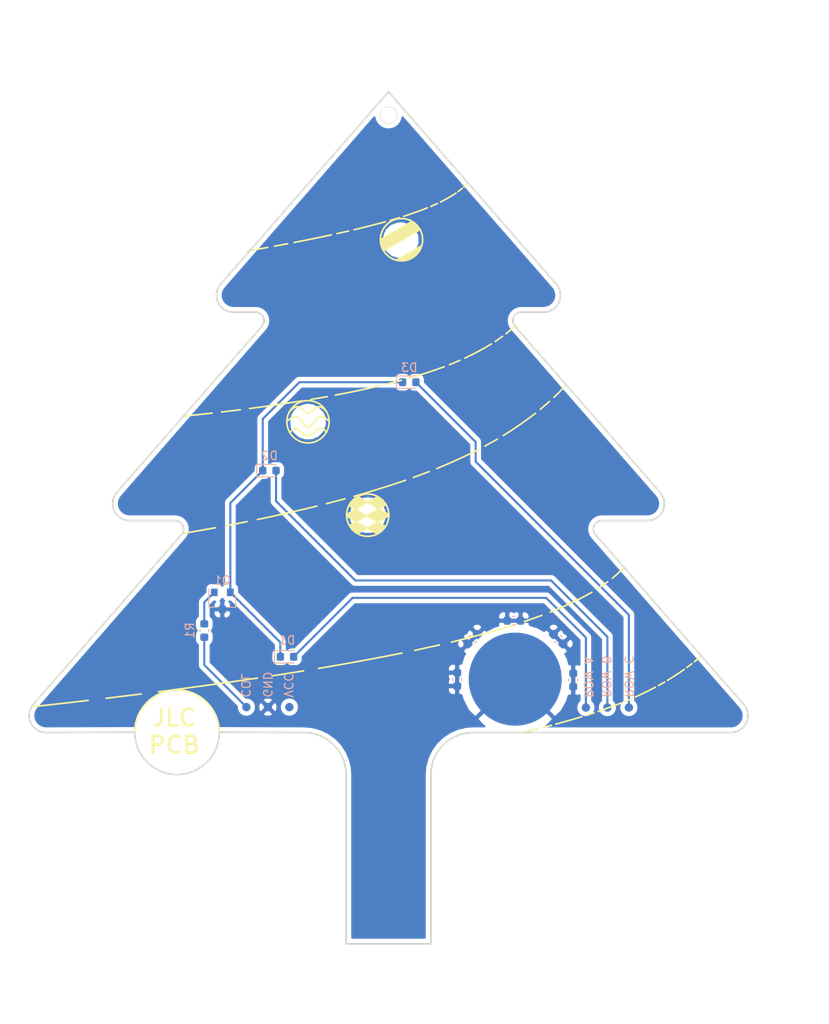
<source format=kicad_pcb>
(kicad_pcb (version 20171130) (host pcbnew "(5.1.6)-1")

  (general
    (thickness 1.6)
    (drawings 232)
    (tracks 24)
    (zones 0)
    (modules 17)
    (nets 9)
  )

  (page A4)
  (layers
    (0 F.Cu signal)
    (31 B.Cu signal)
    (32 B.Adhes user)
    (33 F.Adhes user)
    (34 B.Paste user)
    (35 F.Paste user)
    (36 B.SilkS user)
    (37 F.SilkS user)
    (38 B.Mask user)
    (39 F.Mask user)
    (40 Dwgs.User user)
    (41 Cmts.User user)
    (42 Eco1.User user)
    (43 Eco2.User user)
    (44 Edge.Cuts user)
    (45 Margin user)
    (46 B.CrtYd user)
    (47 F.CrtYd user)
    (48 B.Fab user)
    (49 F.Fab user)
  )

  (setup
    (last_trace_width 0.25)
    (trace_clearance 0.2)
    (zone_clearance 0.508)
    (zone_45_only no)
    (trace_min 0.2)
    (via_size 0.8)
    (via_drill 0.4)
    (via_min_size 0.4)
    (via_min_drill 0.3)
    (uvia_size 0.3)
    (uvia_drill 0.1)
    (uvias_allowed no)
    (uvia_min_size 0.2)
    (uvia_min_drill 0.1)
    (edge_width 0.05)
    (segment_width 0.2)
    (pcb_text_width 0.3)
    (pcb_text_size 1.5 1.5)
    (mod_edge_width 0.12)
    (mod_text_size 1 1)
    (mod_text_width 0.15)
    (pad_size 11 11)
    (pad_drill 0)
    (pad_to_mask_clearance 0.05)
    (aux_axis_origin 0 0)
    (visible_elements 7FFFFFFF)
    (pcbplotparams
      (layerselection 0x010fc_ffffffff)
      (usegerberextensions false)
      (usegerberattributes true)
      (usegerberadvancedattributes true)
      (creategerberjobfile true)
      (excludeedgelayer true)
      (linewidth 0.100000)
      (plotframeref false)
      (viasonmask false)
      (mode 1)
      (useauxorigin false)
      (hpglpennumber 1)
      (hpglpenspeed 20)
      (hpglpendiameter 15.000000)
      (psnegative false)
      (psa4output false)
      (plotreference true)
      (plotvalue true)
      (plotinvisibletext false)
      (padsonsilk false)
      (subtractmaskfromsilk false)
      (outputformat 1)
      (mirror false)
      (drillshape 0)
      (scaleselection 1)
      (outputdirectory "../Gerber_Top/"))
  )

  (net 0 "")
  (net 1 ROW_A)
  (net 2 "Net-(D1-Pad1)")
  (net 3 ROW_B)
  (net 4 ROW_C)
  (net 5 GND)
  (net 6 "Net-(Q1-Pad1)")
  (net 7 COL2)
  (net 8 +3V3)

  (net_class Default "This is the default net class."
    (clearance 0.2)
    (trace_width 0.25)
    (via_dia 0.8)
    (via_drill 0.4)
    (uvia_dia 0.3)
    (uvia_drill 0.1)
    (add_net +3V3)
    (add_net COL2)
    (add_net GND)
    (add_net "Net-(D1-Pad1)")
    (add_net "Net-(Q1-Pad1)")
    (add_net ROW_A)
    (add_net ROW_B)
    (add_net ROW_C)
  )

  (module Resistor_SMD:R_0603_1608Metric (layer B.Cu) (tedit 5FDE38CE) (tstamp 5FDE6E8A)
    (at 147.9804 98.503153 315)
    (descr "Resistor SMD 0603 (1608 Metric), square (rectangular) end terminal, IPC_7351 nominal, (Body size source: http://www.tortai-tech.com/upload/download/2011102023233369053.pdf), generated with kicad-footprint-generator")
    (tags resistor)
    (path /5FDE3E7B)
    (attr smd)
    (fp_text reference R1 (at 0 -1.7018 135) (layer B.SilkS) hide
      (effects (font (size 1 1) (thickness 0.15)) (justify mirror))
    )
    (fp_text value 1k (at 0 -1.43 135) (layer B.Fab)
      (effects (font (size 1 1) (thickness 0.15)) (justify mirror))
    )
    (fp_line (start 1.48 -0.73) (end -1.48 -0.73) (layer B.CrtYd) (width 0.05))
    (fp_line (start 1.48 0.73) (end 1.48 -0.73) (layer B.CrtYd) (width 0.05))
    (fp_line (start -1.48 0.73) (end 1.48 0.73) (layer B.CrtYd) (width 0.05))
    (fp_line (start -1.48 -0.73) (end -1.48 0.73) (layer B.CrtYd) (width 0.05))
    (fp_line (start -0.162779 -0.51) (end 0.162779 -0.51) (layer B.SilkS) (width 0.12))
    (fp_line (start -0.162779 0.51) (end 0.162779 0.51) (layer B.SilkS) (width 0.12))
    (fp_line (start 0.8 -0.4) (end -0.8 -0.4) (layer B.Fab) (width 0.1))
    (fp_line (start 0.8 0.4) (end 0.8 -0.4) (layer B.Fab) (width 0.1))
    (fp_line (start -0.8 0.4) (end 0.8 0.4) (layer B.Fab) (width 0.1))
    (fp_line (start -0.8 -0.4) (end -0.8 0.4) (layer B.Fab) (width 0.1))
    (fp_text user %R (at 0 0 135) (layer B.Fab)
      (effects (font (size 0.4 0.4) (thickness 0.06)) (justify mirror))
    )
    (pad 2 smd roundrect (at 0.7875 0 315) (size 0.875 0.95) (layers B.Cu B.Paste B.Mask) (roundrect_rratio 0.25)
      (net 5 GND))
    (pad 1 smd roundrect (at -0.7875 0 315) (size 0.875 0.95) (layers B.Cu B.Paste B.Mask) (roundrect_rratio 0.25)
      (net 5 GND))
    (model ${KISYS3DMOD}/Resistor_SMD.3dshapes/R_0603_1608Metric.wrl
      (at (xyz 0 0 0))
      (scale (xyz 1 1 1))
      (rotate (xyz 0 0 0))
    )
  )

  (module Resistor_SMD:R_0603_1608Metric (layer B.Cu) (tedit 5FDE38CE) (tstamp 5FDE6CB5)
    (at 137.869247 98.503153 45)
    (descr "Resistor SMD 0603 (1608 Metric), square (rectangular) end terminal, IPC_7351 nominal, (Body size source: http://www.tortai-tech.com/upload/download/2011102023233369053.pdf), generated with kicad-footprint-generator")
    (tags resistor)
    (path /5FDE3E7B)
    (attr smd)
    (fp_text reference R1 (at 0 -1.7018 45) (layer B.SilkS) hide
      (effects (font (size 1 1) (thickness 0.15)) (justify mirror))
    )
    (fp_text value 1k (at 0 -1.43 45) (layer B.Fab)
      (effects (font (size 1 1) (thickness 0.15)) (justify mirror))
    )
    (fp_text user %R (at 0 0 45) (layer B.Fab)
      (effects (font (size 0.4 0.4) (thickness 0.06)) (justify mirror))
    )
    (fp_line (start -0.8 -0.4) (end -0.8 0.4) (layer B.Fab) (width 0.1))
    (fp_line (start -0.8 0.4) (end 0.8 0.4) (layer B.Fab) (width 0.1))
    (fp_line (start 0.8 0.4) (end 0.8 -0.4) (layer B.Fab) (width 0.1))
    (fp_line (start 0.8 -0.4) (end -0.8 -0.4) (layer B.Fab) (width 0.1))
    (fp_line (start -0.162779 0.51) (end 0.162779 0.51) (layer B.SilkS) (width 0.12))
    (fp_line (start -0.162779 -0.51) (end 0.162779 -0.51) (layer B.SilkS) (width 0.12))
    (fp_line (start -1.48 -0.73) (end -1.48 0.73) (layer B.CrtYd) (width 0.05))
    (fp_line (start -1.48 0.73) (end 1.48 0.73) (layer B.CrtYd) (width 0.05))
    (fp_line (start 1.48 0.73) (end 1.48 -0.73) (layer B.CrtYd) (width 0.05))
    (fp_line (start 1.48 -0.73) (end -1.48 -0.73) (layer B.CrtYd) (width 0.05))
    (pad 1 smd roundrect (at -0.7875 0 45) (size 0.875 0.95) (layers B.Cu B.Paste B.Mask) (roundrect_rratio 0.25)
      (net 5 GND))
    (pad 2 smd roundrect (at 0.7875 0 45) (size 0.875 0.95) (layers B.Cu B.Paste B.Mask) (roundrect_rratio 0.25)
      (net 5 GND))
    (model ${KISYS3DMOD}/Resistor_SMD.3dshapes/R_0603_1608Metric.wrl
      (at (xyz 0 0 0))
      (scale (xyz 1 1 1))
      (rotate (xyz 0 0 0))
    )
  )

  (module Resistor_SMD:R_0603_1608Metric (layer B.Cu) (tedit 5FDE38CE) (tstamp 5FDE6C75)
    (at 149.7584 103.3272 270)
    (descr "Resistor SMD 0603 (1608 Metric), square (rectangular) end terminal, IPC_7351 nominal, (Body size source: http://www.tortai-tech.com/upload/download/2011102023233369053.pdf), generated with kicad-footprint-generator")
    (tags resistor)
    (path /5FDE3E7B)
    (attr smd)
    (fp_text reference R1 (at 0 -1.7018 90) (layer B.SilkS) hide
      (effects (font (size 1 1) (thickness 0.15)) (justify mirror))
    )
    (fp_text value 1k (at 0 -1.43 90) (layer B.Fab)
      (effects (font (size 1 1) (thickness 0.15)) (justify mirror))
    )
    (fp_line (start 1.48 -0.73) (end -1.48 -0.73) (layer B.CrtYd) (width 0.05))
    (fp_line (start 1.48 0.73) (end 1.48 -0.73) (layer B.CrtYd) (width 0.05))
    (fp_line (start -1.48 0.73) (end 1.48 0.73) (layer B.CrtYd) (width 0.05))
    (fp_line (start -1.48 -0.73) (end -1.48 0.73) (layer B.CrtYd) (width 0.05))
    (fp_line (start -0.162779 -0.51) (end 0.162779 -0.51) (layer B.SilkS) (width 0.12))
    (fp_line (start -0.162779 0.51) (end 0.162779 0.51) (layer B.SilkS) (width 0.12))
    (fp_line (start 0.8 -0.4) (end -0.8 -0.4) (layer B.Fab) (width 0.1))
    (fp_line (start 0.8 0.4) (end 0.8 -0.4) (layer B.Fab) (width 0.1))
    (fp_line (start -0.8 0.4) (end 0.8 0.4) (layer B.Fab) (width 0.1))
    (fp_line (start -0.8 -0.4) (end -0.8 0.4) (layer B.Fab) (width 0.1))
    (fp_text user %R (at 0 0 90) (layer B.Fab)
      (effects (font (size 0.4 0.4) (thickness 0.06)) (justify mirror))
    )
    (pad 2 smd roundrect (at 0.7875 0 270) (size 0.875 0.95) (layers B.Cu B.Paste B.Mask) (roundrect_rratio 0.25)
      (net 5 GND))
    (pad 1 smd roundrect (at -0.7875 0 270) (size 0.875 0.95) (layers B.Cu B.Paste B.Mask) (roundrect_rratio 0.25)
      (net 5 GND))
    (model ${KISYS3DMOD}/Resistor_SMD.3dshapes/R_0603_1608Metric.wrl
      (at (xyz 0 0 0))
      (scale (xyz 1 1 1))
      (rotate (xyz 0 0 0))
    )
  )

  (module Resistor_SMD:R_0603_1608Metric (layer B.Cu) (tedit 5FDE38CE) (tstamp 5FDE6C15)
    (at 142.748 96.3168)
    (descr "Resistor SMD 0603 (1608 Metric), square (rectangular) end terminal, IPC_7351 nominal, (Body size source: http://www.tortai-tech.com/upload/download/2011102023233369053.pdf), generated with kicad-footprint-generator")
    (tags resistor)
    (path /5FDE3E7B)
    (attr smd)
    (fp_text reference R1 (at 0 -1.7018) (layer B.SilkS) hide
      (effects (font (size 1 1) (thickness 0.15)) (justify mirror))
    )
    (fp_text value 1k (at 0 -1.43) (layer B.Fab)
      (effects (font (size 1 1) (thickness 0.15)) (justify mirror))
    )
    (fp_line (start 1.48 -0.73) (end -1.48 -0.73) (layer B.CrtYd) (width 0.05))
    (fp_line (start 1.48 0.73) (end 1.48 -0.73) (layer B.CrtYd) (width 0.05))
    (fp_line (start -1.48 0.73) (end 1.48 0.73) (layer B.CrtYd) (width 0.05))
    (fp_line (start -1.48 -0.73) (end -1.48 0.73) (layer B.CrtYd) (width 0.05))
    (fp_line (start -0.162779 -0.51) (end 0.162779 -0.51) (layer B.SilkS) (width 0.12))
    (fp_line (start -0.162779 0.51) (end 0.162779 0.51) (layer B.SilkS) (width 0.12))
    (fp_line (start 0.8 -0.4) (end -0.8 -0.4) (layer B.Fab) (width 0.1))
    (fp_line (start 0.8 0.4) (end 0.8 -0.4) (layer B.Fab) (width 0.1))
    (fp_line (start -0.8 0.4) (end 0.8 0.4) (layer B.Fab) (width 0.1))
    (fp_line (start -0.8 -0.4) (end -0.8 0.4) (layer B.Fab) (width 0.1))
    (fp_text user %R (at 0 0) (layer B.Fab)
      (effects (font (size 0.4 0.4) (thickness 0.06)) (justify mirror))
    )
    (pad 2 smd roundrect (at 0.7875 0) (size 0.875 0.95) (layers B.Cu B.Paste B.Mask) (roundrect_rratio 0.25)
      (net 5 GND))
    (pad 1 smd roundrect (at -0.7875 0) (size 0.875 0.95) (layers B.Cu B.Paste B.Mask) (roundrect_rratio 0.25)
      (net 5 GND))
    (model ${KISYS3DMOD}/Resistor_SMD.3dshapes/R_0603_1608Metric.wrl
      (at (xyz 0 0 0))
      (scale (xyz 1 1 1))
      (rotate (xyz 0 0 0))
    )
  )

  (module Resistor_SMD:R_0603_1608Metric (layer B.Cu) (tedit 5FDE38CE) (tstamp 5FDE6B39)
    (at 136.0424 103.2511 90)
    (descr "Resistor SMD 0603 (1608 Metric), square (rectangular) end terminal, IPC_7351 nominal, (Body size source: http://www.tortai-tech.com/upload/download/2011102023233369053.pdf), generated with kicad-footprint-generator")
    (tags resistor)
    (path /5FDE3E7B)
    (attr smd)
    (fp_text reference R1 (at 0 -1.7018 90) (layer B.SilkS) hide
      (effects (font (size 1 1) (thickness 0.15)) (justify mirror))
    )
    (fp_text value 1k (at 0 -1.43 90) (layer B.Fab)
      (effects (font (size 1 1) (thickness 0.15)) (justify mirror))
    )
    (fp_text user %R (at 0 0 90) (layer B.Fab)
      (effects (font (size 0.4 0.4) (thickness 0.06)) (justify mirror))
    )
    (fp_line (start -0.8 -0.4) (end -0.8 0.4) (layer B.Fab) (width 0.1))
    (fp_line (start -0.8 0.4) (end 0.8 0.4) (layer B.Fab) (width 0.1))
    (fp_line (start 0.8 0.4) (end 0.8 -0.4) (layer B.Fab) (width 0.1))
    (fp_line (start 0.8 -0.4) (end -0.8 -0.4) (layer B.Fab) (width 0.1))
    (fp_line (start -0.162779 0.51) (end 0.162779 0.51) (layer B.SilkS) (width 0.12))
    (fp_line (start -0.162779 -0.51) (end 0.162779 -0.51) (layer B.SilkS) (width 0.12))
    (fp_line (start -1.48 -0.73) (end -1.48 0.73) (layer B.CrtYd) (width 0.05))
    (fp_line (start -1.48 0.73) (end 1.48 0.73) (layer B.CrtYd) (width 0.05))
    (fp_line (start 1.48 0.73) (end 1.48 -0.73) (layer B.CrtYd) (width 0.05))
    (fp_line (start 1.48 -0.73) (end -1.48 -0.73) (layer B.CrtYd) (width 0.05))
    (pad 1 smd roundrect (at -0.7875 0 90) (size 0.875 0.95) (layers B.Cu B.Paste B.Mask) (roundrect_rratio 0.25)
      (net 5 GND))
    (pad 2 smd roundrect (at 0.7875 0 90) (size 0.875 0.95) (layers B.Cu B.Paste B.Mask) (roundrect_rratio 0.25)
      (net 5 GND))
    (model ${KISYS3DMOD}/Resistor_SMD.3dshapes/R_0603_1608Metric.wrl
      (at (xyz 0 0 0))
      (scale (xyz 1 1 1))
      (rotate (xyz 0 0 0))
    )
  )

  (module TestPoint:TestPoint_Pad_D1.0mm (layer B.Cu) (tedit 5FDE39E9) (tstamp 5FDE5106)
    (at 142.9004 103.2256 180)
    (descr "SMD pad as test Point, diameter 1.0mm")
    (tags "test point SMD pad")
    (path /5FDE85B6)
    (attr virtual)
    (fp_text reference TP6 (at 0 1.448 180) (layer B.SilkS) hide
      (effects (font (size 1 1) (thickness 0.15)) (justify mirror))
    )
    (fp_text value PASS_ROWA (at 0 -1.55) (layer B.Fab)
      (effects (font (size 1 1) (thickness 0.15)) (justify mirror))
    )
    (fp_text user %R (at 0 1.45) (layer B.Fab)
      (effects (font (size 1 1) (thickness 0.15)) (justify mirror))
    )
    (fp_circle (center 0 0) (end 1 0) (layer B.CrtYd) (width 0.05))
    (pad 1 smd circle (at 0 0 180) (size 11 11) (layers B.Cu B.Mask)
      (net 5 GND))
  )

  (module TestPoint:TestPoint_Pad_D1.0mm (layer B.Cu) (tedit 5FDE29B9) (tstamp 5FDE4839)
    (at 156.337 106.5784 180)
    (descr "SMD pad as test Point, diameter 1.0mm")
    (tags "test point SMD pad")
    (path /5FDE8DA3)
    (attr virtual)
    (fp_text reference TP4 (at 0 1.448) (layer B.SilkS) hide
      (effects (font (size 1 1) (thickness 0.15)) (justify mirror))
    )
    (fp_text value PASS_ROWC (at 0 -1.55 180) (layer B.Fab)
      (effects (font (size 1 1) (thickness 0.15)) (justify mirror))
    )
    (fp_circle (center 0 0) (end 1 0) (layer B.CrtYd) (width 0.05))
    (fp_text user %R (at 0 1.45 180) (layer B.Fab)
      (effects (font (size 1 1) (thickness 0.15)) (justify mirror))
    )
    (pad 1 smd circle (at 0 0 180) (size 1 1) (layers B.Cu B.Mask)
      (net 4 ROW_C))
  )

  (module TestPoint:TestPoint_Pad_D1.0mm (layer B.Cu) (tedit 5FDE29B4) (tstamp 5FDE4841)
    (at 153.797 106.5784 180)
    (descr "SMD pad as test Point, diameter 1.0mm")
    (tags "test point SMD pad")
    (path /5FDE8A36)
    (attr virtual)
    (fp_text reference TP5 (at 0 1.448) (layer B.SilkS) hide
      (effects (font (size 1 1) (thickness 0.15)) (justify mirror))
    )
    (fp_text value PASS_ROWB (at 0 -1.55 180) (layer B.Fab)
      (effects (font (size 1 1) (thickness 0.15)) (justify mirror))
    )
    (fp_circle (center 0 0) (end 1 0) (layer B.CrtYd) (width 0.05))
    (fp_text user %R (at 0 1.45 180) (layer B.Fab)
      (effects (font (size 1 1) (thickness 0.15)) (justify mirror))
    )
    (pad 1 smd circle (at 0 0 180) (size 1 1) (layers B.Cu B.Mask)
      (net 3 ROW_B))
  )

  (module TestPoint:TestPoint_Pad_D1.0mm (layer B.Cu) (tedit 5FDE29AF) (tstamp 5FDE4849)
    (at 151.257 106.5784 180)
    (descr "SMD pad as test Point, diameter 1.0mm")
    (tags "test point SMD pad")
    (path /5FDE85B6)
    (attr virtual)
    (fp_text reference TP6 (at 0 1.448) (layer B.SilkS) hide
      (effects (font (size 1 1) (thickness 0.15)) (justify mirror))
    )
    (fp_text value PASS_ROWA (at 0 -1.55 180) (layer B.Fab)
      (effects (font (size 1 1) (thickness 0.15)) (justify mirror))
    )
    (fp_circle (center 0 0) (end 1 0) (layer B.CrtYd) (width 0.05))
    (fp_text user %R (at 0 1.45 180) (layer B.Fab)
      (effects (font (size 1 1) (thickness 0.15)) (justify mirror))
    )
    (pad 1 smd circle (at 0 0 180) (size 1 1) (layers B.Cu B.Mask)
      (net 1 ROW_A))
  )

  (module TestPoint:TestPoint_Pad_D1.0mm (layer B.Cu) (tedit 5FDE29A5) (tstamp 5FDE4821)
    (at 113.665 106.5276 180)
    (descr "SMD pad as test Point, diameter 1.0mm")
    (tags "test point SMD pad")
    (path /5FDEA93D)
    (attr virtual)
    (fp_text reference TP1 (at 0 1.448) (layer B.SilkS) hide
      (effects (font (size 1 1) (thickness 0.15)) (justify mirror))
    )
    (fp_text value PASS_GND (at 0 -1.55 180) (layer B.Fab)
      (effects (font (size 1 1) (thickness 0.15)) (justify mirror))
    )
    (fp_circle (center 0 0) (end 1 0) (layer B.CrtYd) (width 0.05))
    (fp_text user %R (at 0 1.45 180) (layer B.Fab)
      (effects (font (size 1 1) (thickness 0.15)) (justify mirror))
    )
    (pad 1 smd circle (at 0 0 180) (size 1 1) (layers B.Cu B.Mask)
      (net 5 GND))
  )

  (module TestPoint:TestPoint_Pad_D1.0mm (layer B.Cu) (tedit 5FDE299E) (tstamp 5FDE4831)
    (at 111.125 106.5276 180)
    (descr "SMD pad as test Point, diameter 1.0mm")
    (tags "test point SMD pad")
    (path /5FDE249D)
    (attr virtual)
    (fp_text reference TP3 (at 0 1.448) (layer B.SilkS) hide
      (effects (font (size 1 1) (thickness 0.15)) (justify mirror))
    )
    (fp_text value PASS_COL2 (at 0 -1.55 180) (layer B.Fab)
      (effects (font (size 1 1) (thickness 0.15)) (justify mirror))
    )
    (fp_circle (center 0 0) (end 1 0) (layer B.CrtYd) (width 0.05))
    (fp_text user %R (at 0 1.45 180) (layer B.Fab)
      (effects (font (size 1 1) (thickness 0.15)) (justify mirror))
    )
    (pad 1 smd circle (at 0 0 180) (size 1 1) (layers B.Cu B.Mask)
      (net 7 COL2))
  )

  (module TestPoint:TestPoint_Pad_D1.0mm (layer B.Cu) (tedit 5FDE2994) (tstamp 5FDE4829)
    (at 116.205 106.5276 180)
    (descr "SMD pad as test Point, diameter 1.0mm")
    (tags "test point SMD pad")
    (path /5FDEA626)
    (attr virtual)
    (fp_text reference TP2 (at 0 1.448) (layer B.SilkS) hide
      (effects (font (size 1 1) (thickness 0.15)) (justify mirror))
    )
    (fp_text value PASS_VCC (at 0 -1.55 180) (layer B.Fab)
      (effects (font (size 1 1) (thickness 0.15)) (justify mirror))
    )
    (fp_circle (center 0 0) (end 1 0) (layer B.CrtYd) (width 0.05))
    (fp_text user %R (at 0 1.45 180) (layer B.Fab)
      (effects (font (size 1 1) (thickness 0.15)) (justify mirror))
    )
    (pad 1 smd circle (at 0 0 180) (size 1 1) (layers B.Cu B.Mask)
      (net 8 +3V3))
  )

  (module Resistor_SMD:R_0603_1608Metric (layer B.Cu) (tedit 5B301BBD) (tstamp 5FDE4819)
    (at 106.1466 97.4852 90)
    (descr "Resistor SMD 0603 (1608 Metric), square (rectangular) end terminal, IPC_7351 nominal, (Body size source: http://www.tortai-tech.com/upload/download/2011102023233369053.pdf), generated with kicad-footprint-generator")
    (tags resistor)
    (path /5FDE3E7B)
    (attr smd)
    (fp_text reference R1 (at 0 -1.7018 90) (layer B.SilkS)
      (effects (font (size 1 1) (thickness 0.15)) (justify mirror))
    )
    (fp_text value 1k (at 0 -1.43 90) (layer B.Fab)
      (effects (font (size 1 1) (thickness 0.15)) (justify mirror))
    )
    (fp_line (start 1.48 -0.73) (end -1.48 -0.73) (layer B.CrtYd) (width 0.05))
    (fp_line (start 1.48 0.73) (end 1.48 -0.73) (layer B.CrtYd) (width 0.05))
    (fp_line (start -1.48 0.73) (end 1.48 0.73) (layer B.CrtYd) (width 0.05))
    (fp_line (start -1.48 -0.73) (end -1.48 0.73) (layer B.CrtYd) (width 0.05))
    (fp_line (start -0.162779 -0.51) (end 0.162779 -0.51) (layer B.SilkS) (width 0.12))
    (fp_line (start -0.162779 0.51) (end 0.162779 0.51) (layer B.SilkS) (width 0.12))
    (fp_line (start 0.8 -0.4) (end -0.8 -0.4) (layer B.Fab) (width 0.1))
    (fp_line (start 0.8 0.4) (end 0.8 -0.4) (layer B.Fab) (width 0.1))
    (fp_line (start -0.8 0.4) (end 0.8 0.4) (layer B.Fab) (width 0.1))
    (fp_line (start -0.8 -0.4) (end -0.8 0.4) (layer B.Fab) (width 0.1))
    (fp_text user %R (at 0 0 90) (layer B.Fab)
      (effects (font (size 0.4 0.4) (thickness 0.06)) (justify mirror))
    )
    (pad 2 smd roundrect (at 0.7875 0 90) (size 0.875 0.95) (layers B.Cu B.Paste B.Mask) (roundrect_rratio 0.25)
      (net 6 "Net-(Q1-Pad1)"))
    (pad 1 smd roundrect (at -0.7875 0 90) (size 0.875 0.95) (layers B.Cu B.Paste B.Mask) (roundrect_rratio 0.25)
      (net 7 COL2))
    (model ${KISYS3DMOD}/Resistor_SMD.3dshapes/R_0603_1608Metric.wrl
      (at (xyz 0 0 0))
      (scale (xyz 1 1 1))
      (rotate (xyz 0 0 0))
    )
  )

  (module Package_TO_SOT_SMD:SOT-23 (layer B.Cu) (tedit 5A02FF57) (tstamp 5FDE4808)
    (at 108.2784 93.9704 270)
    (descr "SOT-23, Standard")
    (tags SOT-23)
    (path /5FDE34D7)
    (attr smd)
    (fp_text reference Q1 (at -2.4034 -0.0018 180) (layer B.SilkS)
      (effects (font (size 1 1) (thickness 0.15)) (justify mirror))
    )
    (fp_text value Q_NMOS_GDS (at 0 -2.5 90) (layer B.Fab)
      (effects (font (size 1 1) (thickness 0.15)) (justify mirror))
    )
    (fp_line (start 0.76 -1.58) (end -0.7 -1.58) (layer B.SilkS) (width 0.12))
    (fp_line (start 0.76 1.58) (end -1.4 1.58) (layer B.SilkS) (width 0.12))
    (fp_line (start -1.7 -1.75) (end -1.7 1.75) (layer B.CrtYd) (width 0.05))
    (fp_line (start 1.7 -1.75) (end -1.7 -1.75) (layer B.CrtYd) (width 0.05))
    (fp_line (start 1.7 1.75) (end 1.7 -1.75) (layer B.CrtYd) (width 0.05))
    (fp_line (start -1.7 1.75) (end 1.7 1.75) (layer B.CrtYd) (width 0.05))
    (fp_line (start 0.76 1.58) (end 0.76 0.65) (layer B.SilkS) (width 0.12))
    (fp_line (start 0.76 -1.58) (end 0.76 -0.65) (layer B.SilkS) (width 0.12))
    (fp_line (start -0.7 -1.52) (end 0.7 -1.52) (layer B.Fab) (width 0.1))
    (fp_line (start 0.7 1.52) (end 0.7 -1.52) (layer B.Fab) (width 0.1))
    (fp_line (start -0.7 0.95) (end -0.15 1.52) (layer B.Fab) (width 0.1))
    (fp_line (start -0.15 1.52) (end 0.7 1.52) (layer B.Fab) (width 0.1))
    (fp_line (start -0.7 0.95) (end -0.7 -1.5) (layer B.Fab) (width 0.1))
    (fp_text user %R (at 0 0 180) (layer B.Fab)
      (effects (font (size 0.5 0.5) (thickness 0.075)) (justify mirror))
    )
    (pad 3 smd rect (at 1 0 270) (size 0.9 0.8) (layers B.Cu B.Paste B.Mask)
      (net 5 GND))
    (pad 2 smd rect (at -1 -0.95 270) (size 0.9 0.8) (layers B.Cu B.Paste B.Mask)
      (net 2 "Net-(D1-Pad1)"))
    (pad 1 smd rect (at -1 0.95 270) (size 0.9 0.8) (layers B.Cu B.Paste B.Mask)
      (net 6 "Net-(Q1-Pad1)"))
    (model ${KISYS3DMOD}/Package_TO_SOT_SMD.3dshapes/SOT-23.wrl
      (at (xyz 0 0 0))
      (scale (xyz 1 1 1))
      (rotate (xyz 0 0 0))
    )
  )

  (module LED_SMD:LED_0603_1608Metric (layer B.Cu) (tedit 5B301BBE) (tstamp 5FDE47F3)
    (at 130.3782 68.1482)
    (descr "LED SMD 0603 (1608 Metric), square (rectangular) end terminal, IPC_7351 nominal, (Body size source: http://www.tortai-tech.com/upload/download/2011102023233369053.pdf), generated with kicad-footprint-generator")
    (tags diode)
    (path /5FDE769B)
    (attr smd)
    (fp_text reference D3 (at 0 -1.7272) (layer B.SilkS)
      (effects (font (size 1 1) (thickness 0.15)) (justify mirror))
    )
    (fp_text value LED_Small (at 0 -1.43) (layer B.Fab)
      (effects (font (size 1 1) (thickness 0.15)) (justify mirror))
    )
    (fp_line (start 1.48 -0.73) (end -1.48 -0.73) (layer B.CrtYd) (width 0.05))
    (fp_line (start 1.48 0.73) (end 1.48 -0.73) (layer B.CrtYd) (width 0.05))
    (fp_line (start -1.48 0.73) (end 1.48 0.73) (layer B.CrtYd) (width 0.05))
    (fp_line (start -1.48 -0.73) (end -1.48 0.73) (layer B.CrtYd) (width 0.05))
    (fp_line (start -1.485 -0.735) (end 0.8 -0.735) (layer B.SilkS) (width 0.12))
    (fp_line (start -1.485 0.735) (end -1.485 -0.735) (layer B.SilkS) (width 0.12))
    (fp_line (start 0.8 0.735) (end -1.485 0.735) (layer B.SilkS) (width 0.12))
    (fp_line (start 0.8 -0.4) (end 0.8 0.4) (layer B.Fab) (width 0.1))
    (fp_line (start -0.8 -0.4) (end 0.8 -0.4) (layer B.Fab) (width 0.1))
    (fp_line (start -0.8 0.1) (end -0.8 -0.4) (layer B.Fab) (width 0.1))
    (fp_line (start -0.5 0.4) (end -0.8 0.1) (layer B.Fab) (width 0.1))
    (fp_line (start 0.8 0.4) (end -0.5 0.4) (layer B.Fab) (width 0.1))
    (fp_text user %R (at 0 0) (layer B.Fab)
      (effects (font (size 0.4 0.4) (thickness 0.06)) (justify mirror))
    )
    (pad 2 smd roundrect (at 0.7875 0) (size 0.875 0.95) (layers B.Cu B.Paste B.Mask) (roundrect_rratio 0.25)
      (net 4 ROW_C))
    (pad 1 smd roundrect (at -0.7875 0) (size 0.875 0.95) (layers B.Cu B.Paste B.Mask) (roundrect_rratio 0.25)
      (net 2 "Net-(D1-Pad1)"))
    (model ${KISYS3DMOD}/LED_SMD.3dshapes/LED_0603_1608Metric.wrl
      (at (xyz 0 0 0))
      (scale (xyz 1 1 1))
      (rotate (xyz 0 0 0))
    )
  )

  (module LED_SMD:LED_0603_1608Metric (layer B.Cu) (tedit 5B301BBE) (tstamp 5FDE47E0)
    (at 113.8428 78.5876)
    (descr "LED SMD 0603 (1608 Metric), square (rectangular) end terminal, IPC_7351 nominal, (Body size source: http://www.tortai-tech.com/upload/download/2011102023233369053.pdf), generated with kicad-footprint-generator")
    (tags diode)
    (path /5FDE6FD2)
    (attr smd)
    (fp_text reference D2 (at 0.0254 -1.7526) (layer B.SilkS)
      (effects (font (size 1 1) (thickness 0.15)) (justify mirror))
    )
    (fp_text value LED_Small (at 0 -1.43) (layer B.Fab)
      (effects (font (size 1 1) (thickness 0.15)) (justify mirror))
    )
    (fp_line (start 1.48 -0.73) (end -1.48 -0.73) (layer B.CrtYd) (width 0.05))
    (fp_line (start 1.48 0.73) (end 1.48 -0.73) (layer B.CrtYd) (width 0.05))
    (fp_line (start -1.48 0.73) (end 1.48 0.73) (layer B.CrtYd) (width 0.05))
    (fp_line (start -1.48 -0.73) (end -1.48 0.73) (layer B.CrtYd) (width 0.05))
    (fp_line (start -1.485 -0.735) (end 0.8 -0.735) (layer B.SilkS) (width 0.12))
    (fp_line (start -1.485 0.735) (end -1.485 -0.735) (layer B.SilkS) (width 0.12))
    (fp_line (start 0.8 0.735) (end -1.485 0.735) (layer B.SilkS) (width 0.12))
    (fp_line (start 0.8 -0.4) (end 0.8 0.4) (layer B.Fab) (width 0.1))
    (fp_line (start -0.8 -0.4) (end 0.8 -0.4) (layer B.Fab) (width 0.1))
    (fp_line (start -0.8 0.1) (end -0.8 -0.4) (layer B.Fab) (width 0.1))
    (fp_line (start -0.5 0.4) (end -0.8 0.1) (layer B.Fab) (width 0.1))
    (fp_line (start 0.8 0.4) (end -0.5 0.4) (layer B.Fab) (width 0.1))
    (fp_text user %R (at 0 0) (layer B.Fab)
      (effects (font (size 0.4 0.4) (thickness 0.06)) (justify mirror))
    )
    (pad 2 smd roundrect (at 0.7875 0) (size 0.875 0.95) (layers B.Cu B.Paste B.Mask) (roundrect_rratio 0.25)
      (net 3 ROW_B))
    (pad 1 smd roundrect (at -0.7875 0) (size 0.875 0.95) (layers B.Cu B.Paste B.Mask) (roundrect_rratio 0.25)
      (net 2 "Net-(D1-Pad1)"))
    (model ${KISYS3DMOD}/LED_SMD.3dshapes/LED_0603_1608Metric.wrl
      (at (xyz 0 0 0))
      (scale (xyz 1 1 1))
      (rotate (xyz 0 0 0))
    )
  )

  (module LED_SMD:LED_0603_1608Metric (layer B.Cu) (tedit 5B301BBE) (tstamp 5FDE47CD)
    (at 115.9256 100.584)
    (descr "LED SMD 0603 (1608 Metric), square (rectangular) end terminal, IPC_7351 nominal, (Body size source: http://www.tortai-tech.com/upload/download/2011102023233369053.pdf), generated with kicad-footprint-generator")
    (tags diode)
    (path /5FDE3053)
    (attr smd)
    (fp_text reference D1 (at 0 -1.9558) (layer B.SilkS)
      (effects (font (size 1 1) (thickness 0.15)) (justify mirror))
    )
    (fp_text value LED_Small (at 0 -1.43) (layer B.Fab)
      (effects (font (size 1 1) (thickness 0.15)) (justify mirror))
    )
    (fp_line (start 1.48 -0.73) (end -1.48 -0.73) (layer B.CrtYd) (width 0.05))
    (fp_line (start 1.48 0.73) (end 1.48 -0.73) (layer B.CrtYd) (width 0.05))
    (fp_line (start -1.48 0.73) (end 1.48 0.73) (layer B.CrtYd) (width 0.05))
    (fp_line (start -1.48 -0.73) (end -1.48 0.73) (layer B.CrtYd) (width 0.05))
    (fp_line (start -1.485 -0.735) (end 0.8 -0.735) (layer B.SilkS) (width 0.12))
    (fp_line (start -1.485 0.735) (end -1.485 -0.735) (layer B.SilkS) (width 0.12))
    (fp_line (start 0.8 0.735) (end -1.485 0.735) (layer B.SilkS) (width 0.12))
    (fp_line (start 0.8 -0.4) (end 0.8 0.4) (layer B.Fab) (width 0.1))
    (fp_line (start -0.8 -0.4) (end 0.8 -0.4) (layer B.Fab) (width 0.1))
    (fp_line (start -0.8 0.1) (end -0.8 -0.4) (layer B.Fab) (width 0.1))
    (fp_line (start -0.5 0.4) (end -0.8 0.1) (layer B.Fab) (width 0.1))
    (fp_line (start 0.8 0.4) (end -0.5 0.4) (layer B.Fab) (width 0.1))
    (fp_text user %R (at 0 0) (layer B.Fab)
      (effects (font (size 0.4 0.4) (thickness 0.06)) (justify mirror))
    )
    (pad 2 smd roundrect (at 0.7875 0) (size 0.875 0.95) (layers B.Cu B.Paste B.Mask) (roundrect_rratio 0.25)
      (net 1 ROW_A))
    (pad 1 smd roundrect (at -0.7875 0) (size 0.875 0.95) (layers B.Cu B.Paste B.Mask) (roundrect_rratio 0.25)
      (net 2 "Net-(D1-Pad1)"))
    (model ${KISYS3DMOD}/LED_SMD.3dshapes/LED_0603_1608Metric.wrl
      (at (xyz 0 0 0))
      (scale (xyz 1 1 1))
      (rotate (xyz 0 0 0))
    )
  )

  (gr_poly (pts (xy 127.1524 82.042) (xy 127.6096 82.55) (xy 126.7968 83.0072) (xy 125.5776 82.3468) (xy 126.6444 81.6864)) (layer F.SilkS) (width 0.1))
  (gr_poly (pts (xy 125.4252 82.296) (xy 124.0028 83.1088) (xy 123.2916 82.7024) (xy 123.5456 82.2452) (xy 124.3076 81.6356)) (layer F.SilkS) (width 0.1))
  (gr_poly (pts (xy 127.56387 85.2159) (xy 126.6444 86.0552) (xy 125.476 85.344) (xy 126.6444 84.6836)) (layer F.SilkS) (width 0.1))
  (gr_poly (pts (xy 125.3744 85.3948) (xy 124.3076 86.0044) (xy 123.3424 85.09) (xy 124.1552 84.6328)) (layer F.SilkS) (width 0.1))
  (gr_poly (pts (xy 127.967227 83.854248) (xy 126.6444 84.6328) (xy 125.4252 83.9216) (xy 126.7968 83.1088)) (layer F.SilkS) (width 0.1))
  (gr_poly (pts (xy 125.2728 83.9216) (xy 124.1044 84.582) (xy 122.9868 83.82) (xy 124.0536 83.2104)) (layer F.SilkS) (width 0.1))
  (gr_poly (pts (xy 131.572 52.6796) (xy 131.1656 53.1368) (xy 130.6068 53.4924) (xy 129.9972 53.7464) (xy 128.9304 53.7464) (xy 131.826 52.07)) (layer F.SilkS) (width 0.1))
  (gr_poly (pts (xy 131.6228 50.0888) (xy 127.326357 52.612414) (xy 126.96261 51.313792) (xy 126.96261 51.313792) (xy 130.7084 49.1744)) (layer F.SilkS) (width 0.1))
  (gr_circle (center 127.921558 36.6014) (end 128.9304 36.515999) (layer Edge.Cuts) (width 0.05))
  (gr_text "JLC\nPCB" (at 102.5906 109.3978) (layer F.SilkS)
    (effects (font (size 2 2) (thickness 0.3)))
  )
  (gr_curve (pts (xy 117.38414 73.887758) (xy 117.428288 73.922107) (xy 117.472761 73.957876) (xy 117.517531 73.994438)) (layer F.SilkS) (width 0.2))
  (gr_curve (pts (xy 117.974738 74.341331) (xy 118.021161 74.369218) (xy 118.067696 74.394245) (xy 118.114311 74.415893)) (layer F.SilkS) (width 0.2))
  (gr_line (start 123.239683 82.719329) (end 127.56387 85.2159) (layer F.SilkS) (width 0.2))
  (gr_curve (pts (xy 119.943861 73.56029) (xy 119.984613 73.563643) (xy 119.984613 73.563643) (xy 120.025366 73.566996)) (layer F.SilkS) (width 0.2))
  (gr_curve (pts (xy 118.765606 71.653215) (xy 118.802069 71.622875) (xy 118.838885 71.590023) (xy 118.876106 71.555259)) (layer F.SilkS) (width 0.2))
  (gr_curve (pts (xy 116.568909 73.771682) (xy 116.60634 73.744276) (xy 116.644222 73.721666) (xy 116.682554 73.703794)) (layer F.SilkS) (width 0.2))
  (gr_curve (pts (xy 120.065854 73.575229) (xy 120.106078 73.588489) (xy 120.146039 73.606863) (xy 120.185738 73.630401)) (layer F.SilkS) (width 0.2))
  (gr_curve (pts (xy 119.349812 73.881679) (xy 119.393656 73.843018) (xy 119.437258 73.80569) (xy 119.480613 73.770325)) (layer F.SilkS) (width 0.2))
  (gr_curve (pts (xy 120.068196 71.155307) (xy 120.120182 71.184661) (xy 120.172933 71.219204) (xy 120.226448 71.25898)) (layer F.SilkS) (width 0.2))
  (gr_line (start 122.968221 83.783826) (end 126.655745 81.654833) (layer F.SilkS) (width 0.2))
  (gr_curve (pts (xy 120.342961 73.755707) (xy 120.381615 73.800083) (xy 120.381615 73.800083) (xy 120.420269 73.84446)) (layer F.SilkS) (width 0.2))
  (gr_curve (pts (xy 119.652001 73.651292) (xy 119.694333 73.628123) (xy 119.736403 73.608883) (xy 119.778211 73.593871)) (layer F.SilkS) (width 0.2))
  (gr_curve (pts (xy 118.301033 74.470774) (xy 118.347719 74.475977) (xy 118.394366 74.47662) (xy 118.440947 74.472746)) (layer F.SilkS) (width 0.2))
  (gr_curve (pts (xy 120.280726 71.304001) (xy 120.335764 71.354268) (xy 120.335764 71.354268) (xy 120.390803 71.404535)) (layer F.SilkS) (width 0.2))
  (gr_curve (pts (xy 118.410794 71.816872) (xy 118.445745 71.817303) (xy 118.480712 71.813162) (xy 118.515754 71.804442)) (layer F.SilkS) (width 0.2))
  (gr_curve (pts (xy 117.552931 71.196081) (xy 117.594615 71.226466) (xy 117.635607 71.259102) (xy 117.675949 71.293347)) (layer F.SilkS) (width 0.2))
  (gr_curve (pts (xy 116.959375 73.666626) (xy 117.000373 73.675906) (xy 117.041801 73.689245) (xy 117.083646 73.706331)) (layer F.SilkS) (width 0.2))
  (gr_curve (pts (xy 118.200333 71.752306) (xy 118.235586 71.770146) (xy 118.235586 71.770146) (xy 118.27084 71.787986)) (layer F.SilkS) (width 0.2))
  (gr_curve (pts (xy 116.317229 74.07425) (xy 116.351966 74.017962) (xy 116.387151 73.966483) (xy 116.422784 73.919815)) (layer F.SilkS) (width 0.2))
  (gr_curve (pts (xy 116.458866 73.877966) (xy 116.495397 73.840933) (xy 116.495397 73.840933) (xy 116.531928 73.8039)) (layer F.SilkS) (width 0.2))
  (gr_curve (pts (xy 118.902407 74.269986) (xy 118.947965 74.236109) (xy 118.993342 74.199768) (xy 119.038525 74.161525)) (layer F.SilkS) (width 0.2))
  (gr_curve (pts (xy 117.833582 71.437342) (xy 117.871589 71.473981) (xy 117.871589 71.473981) (xy 117.909596 71.510621)) (layer F.SilkS) (width 0.2))
  (gr_curve (pts (xy 118.626786 74.430503) (xy 118.67297 74.409515) (xy 118.67297 74.409515) (xy 118.719154 74.388526)) (layer F.SilkS) (width 0.2))
  (gr_curve (pts (xy 118.550931 71.791355) (xy 118.586299 71.77427) (xy 118.586299 71.77427) (xy 118.621667 71.757185)) (layer F.SilkS) (width 0.2))
  (gr_curve (pts (xy 117.083646 73.706331) (xy 117.125491 73.723417) (xy 117.167754 73.744249) (xy 117.210423 73.768515)) (layer F.SilkS) (width 0.2))
  (gr_curve (pts (xy 118.440947 74.472746) (xy 118.487528 74.468872) (xy 118.534045 74.460481) (xy 118.580471 74.447612)) (layer F.SilkS) (width 0.2))
  (gr_curve (pts (xy 119.313564 71.175173) (xy 119.356589 71.150289) (xy 119.356589 71.150289) (xy 119.399615 71.125406)) (layer F.SilkS) (width 0.2))
  (gr_curve (pts (xy 117.253482 73.795805) (xy 117.296912 73.825616) (xy 117.296912 73.825616) (xy 117.340341 73.855427)) (layer F.SilkS) (width 0.2))
  (gr_curve (pts (xy 118.305927 71.801878) (xy 118.340907 71.81144) (xy 118.375843 71.816442) (xy 118.410794 71.816872)) (layer F.SilkS) (width 0.2))
  (gr_curve (pts (xy 117.835836 74.249615) (xy 117.882003 74.282699) (xy 117.928315 74.313445) (xy 117.974738 74.341331)) (layer F.SilkS) (width 0.2))
  (gr_curve (pts (xy 119.914535 71.082764) (xy 119.96499 71.101787) (xy 120.01621 71.125953) (xy 120.068196 71.155307)) (layer F.SilkS) (width 0.2))
  (gr_line (start 124.257157 86.041879) (end 127.966807 83.900111) (layer F.SilkS) (width 0.2))
  (gr_curve (pts (xy 118.657226 71.7361) (xy 118.693033 71.711384) (xy 118.729143 71.683555) (xy 118.765606 71.653215)) (layer F.SilkS) (width 0.2))
  (gr_curve (pts (xy 119.766991 71.050748) (xy 119.815918 71.059777) (xy 119.815918 71.059777) (xy 119.864845 71.068807)) (layer F.SilkS) (width 0.2))
  (gr_curve (pts (xy 117.698279 74.142927) (xy 117.744062 74.178859) (xy 117.744062 74.178859) (xy 117.789845 74.214792)) (layer F.SilkS) (width 0.2))
  (gr_curve (pts (xy 117.675949 71.293347) (xy 117.716291 71.327592) (xy 117.755982 71.363445) (xy 117.795064 71.400264)) (layer F.SilkS) (width 0.2))
  (gr_curve (pts (xy 118.160973 74.433725) (xy 118.207654 74.447445) (xy 118.207654 74.447445) (xy 118.254334 74.461165)) (layer F.SilkS) (width 0.2))
  (gr_curve (pts (xy 119.148172 71.301667) (xy 119.188569 71.26714) (xy 119.229579 71.234128) (xy 119.271234 71.203276)) (layer F.SilkS) (width 0.2))
  (gr_curve (pts (xy 117.517531 73.994438) (xy 117.562301 74.031001) (xy 117.607368 74.068358) (xy 117.652704 74.105884)) (layer F.SilkS) (width 0.2))
  (gr_curve (pts (xy 119.083502 74.122017) (xy 119.128262 74.081895) (xy 119.128262 74.081895) (xy 119.173023 74.041772)) (layer F.SilkS) (width 0.2))
  (gr_curve (pts (xy 119.443335 71.103741) (xy 119.487773 71.085767) (xy 119.532942 71.071838) (xy 119.578854 71.062231)) (layer F.SilkS) (width 0.2))
  (gr_curve (pts (xy 118.91378 71.519266) (xy 118.95195 71.482736) (xy 118.95195 71.482736) (xy 118.990119 71.446206)) (layer F.SilkS) (width 0.2))
  (gr_line (start 122.9698 83.967614) (end 126.617765 86.073768) (layer F.SilkS) (width 0.2))
  (gr_line (start 124.278712 81.654833) (end 127.966235 83.783826) (layer F.SilkS) (width 0.2))
  (gr_curve (pts (xy 120.458663 73.894068) (xy 120.496797 73.948907) (xy 120.534674 74.008968) (xy 120.572291 74.07425)) (layer F.SilkS) (width 0.2))
  (gr_curve (pts (xy 118.057041 71.645955) (xy 118.093325 71.676774) (xy 118.129263 71.705164) (xy 118.164912 71.730518)) (layer F.SilkS) (width 0.2))
  (gr_curve (pts (xy 119.578854 71.062231) (xy 119.624765 71.052623) (xy 119.671419 71.047337) (xy 119.718825 71.046647)) (layer F.SilkS) (width 0.2))
  (gr_curve (pts (xy 119.028785 71.409141) (xy 119.067991 71.372234) (xy 119.107775 71.336193) (xy 119.148172 71.301667)) (layer F.SilkS) (width 0.2))
  (gr_curve (pts (xy 116.838576 73.66048) (xy 116.878695 73.661051) (xy 116.878695 73.661051) (xy 116.918814 73.661622)) (layer F.SilkS) (width 0.2))
  (gr_line (start 123.296938 85.095151) (end 127.627027 82.595173) (layer F.SilkS) (width 0.2))
  (gr_curve (pts (xy 120.185738 73.630401) (xy 120.225436 73.653939) (xy 120.264872 73.682642) (xy 120.304047 73.71656)) (layer F.SilkS) (width 0.2))
  (gr_curve (pts (xy 119.217567 74.001036) (xy 119.261886 73.960337) (xy 119.305969 73.920341) (xy 119.349812 73.881679)) (layer F.SilkS) (width 0.2))
  (gr_curve (pts (xy 119.523716 73.737518) (xy 119.566563 73.70776) (xy 119.566563 73.70776) (xy 119.60941 73.678002)) (layer F.SilkS) (width 0.2))
  (gr_curve (pts (xy 120.446602 71.460048) (xy 120.50316 71.520806) (xy 120.560475 71.5868) (xy 120.618548 71.658029)) (layer F.SilkS) (width 0.2))
  (gr_curve (pts (xy 119.778211 73.593871) (xy 119.820019 73.578859) (xy 119.861564 73.568074) (xy 119.902844 73.561816)) (layer F.SilkS) (width 0.2))
  (gr_curve (pts (xy 118.765208 74.363659) (xy 118.811112 74.335274) (xy 118.856849 74.303862) (xy 118.902407 74.269986)) (layer F.SilkS) (width 0.2))
  (gr_curve (pts (xy 117.947091 71.546823) (xy 117.984126 71.58189) (xy 118.020757 71.615137) (xy 118.057041 71.645955)) (layer F.SilkS) (width 0.2))
  (gr_curve (pts (xy 116.682554 73.703794) (xy 116.720886 73.685922) (xy 116.759668 73.67279) (xy 116.798899 73.664341)) (layer F.SilkS) (width 0.2))
  (gr_curve (pts (xy 132.52081 47.552424) (xy 132.094192 47.721387) (xy 131.647308 47.889037) (xy 131.180463 48.055396)) (layer F.SilkS) (width 0.2))
  (gr_curve (pts (xy 133.699282 47.038976) (xy 133.313192 47.210562) (xy 133.313192 47.210562) (xy 132.927102 47.382147)) (layer F.SilkS) (width 0.2))
  (gr_curve (pts (xy 145.295438 71.815848) (xy 144.70708 72.270136) (xy 144.096392 72.71716) (xy 143.462922 73.156772)) (layer F.SilkS) (width 0.2))
  (gr_curve (pts (xy 141.404955 62.730098) (xy 140.972984 63.030847) (xy 140.972984 63.030847) (xy 140.541013 63.331597)) (layer F.SilkS) (width 0.2))
  (gr_curve (pts (xy 155.758382 90.01393) (xy 155.35256 90.450427) (xy 154.896307 90.881465) (xy 154.389632 91.307043)) (layer F.SilkS) (width 0.2))
  (gr_curve (pts (xy 143.462922 73.156772) (xy 142.829452 73.596384) (xy 142.173198 74.028584) (xy 141.493709 74.453226)) (layer F.SilkS) (width 0.2))
  (gr_curve (pts (xy 115.99778 83.592668) (xy 114.825434 83.856978) (xy 113.635326 84.11551) (xy 112.427985 84.368435)) (layer F.SilkS) (width 0.2))
  (gr_curve (pts (xy 107.070697 71.799261) (xy 105.934085 71.927284) (xy 104.782424 72.051619) (xy 103.615713 72.172264)) (layer F.SilkS) (width 0.2))
  (gr_curve (pts (xy 107.465128 85.336711) (xy 106.191585 85.568101) (xy 104.901899 85.794239) (xy 103.596069 86.015125)) (layer F.SilkS) (width 0.2))
  (gr_curve (pts (xy 120.682252 69.849529) (xy 119.709945 70.017828) (xy 119.709945 70.017828) (xy 118.737638 70.186127)) (layer F.SilkS) (width 0.2))
  (gr_curve (pts (xy 119.00093 51.198584) (xy 118.269529 51.347819) (xy 117.525066 51.49621) (xy 116.767959 51.643782)) (layer F.SilkS) (width 0.2))
  (gr_curve (pts (xy 135.043599 46.339688) (xy 134.737021 46.51642) (xy 134.410982 46.691891) (xy 134.065171 46.866084)) (layer F.SilkS) (width 0.2))
  (gr_curve (pts (xy 148.917228 68.474248) (xy 148.457561 68.9704) (xy 147.97676 69.459677) (xy 147.474826 69.942079)) (layer F.SilkS) (width 0.2))
  (gr_curve (pts (xy 127.544105 49.196059) (xy 126.963681 49.355066) (xy 126.366064 49.512961) (xy 125.751927 49.669786)) (layer F.SilkS) (width 0.2))
  (gr_curve (pts (xy 146.055184 95.689483) (xy 145.017894 96.057614) (xy 145.017894 96.057614) (xy 143.980604 96.425745)) (layer F.SilkS) (width 0.2))
  (gr_curve (pts (xy 138.584453 76.089561) (xy 137.808539 76.482834) (xy 137.007835 76.868044) (xy 136.182372 77.245199)) (layer F.SilkS) (width 0.2))
  (gr_curve (pts (xy 137.353394 44.523445) (xy 137.196263 44.709849) (xy 137.020917 44.895074) (xy 136.82736 45.07912)) (layer F.SilkS) (width 0.2))
  (gr_curve (pts (xy 124.712884 101.065793) (xy 123.068458 101.368193) (xy 121.380911 101.665924) (xy 119.652126 101.95919)) (layer F.SilkS) (width 0.2))
  (gr_curve (pts (xy 129.514921 100.144386) (xy 127.958616 100.456326) (xy 126.357311 100.763394) (xy 124.712884 101.065793)) (layer F.SilkS) (width 0.2))
  (gr_curve (pts (xy 135.905257 45.805735) (xy 135.637292 45.984966) (xy 135.350176 46.162957) (xy 135.043599 46.339688)) (layer F.SilkS) (width 0.2))
  (gr_curve (pts (xy 113.641761 52.227742) (xy 112.836184 52.372177) (xy 112.018793 52.515847) (xy 111.189589 52.658753)) (layer F.SilkS) (width 0.2))
  (gr_curve (pts (xy 117.746887 70.349905) (xy 116.738396 70.509334) (xy 115.712795 70.66457) (xy 114.670597 70.815737)) (layer F.SilkS) (width 0.2))
  (gr_curve (pts (xy 126.999047 68.551483) (xy 126.147144 68.749296) (xy 125.273767 68.941845) (xy 124.379687 69.12932)) (layer F.SilkS) (width 0.2))
  (gr_curve (pts (xy 112.428069 103.098811) (xy 110.548036 103.375703) (xy 108.633185 103.648825) (xy 106.684629 103.918298)) (layer F.SilkS) (width 0.2))
  (gr_curve (pts (xy 111.203821 84.615888) (xy 109.963107 84.857957) (xy 109.963107 84.857957) (xy 108.722392 85.100026)) (layer F.SilkS) (width 0.2))
  (gr_curve (pts (xy 125.751927 49.669786) (xy 125.137791 49.826612) (xy 124.507134 49.982368) (xy 123.860631 50.137098)) (layer F.SilkS) (width 0.2))
  (gr_curve (pts (xy 131.180463 48.055396) (xy 130.713617 48.221754) (xy 130.22681 48.386821) (xy 129.720345 48.550615)) (layer F.SilkS) (width 0.2))
  (gr_curve (pts (xy 138.591889 64.480364) (xy 138.07068 64.759239) (xy 137.526578 65.032502) (xy 136.959168 65.300052)) (layer F.SilkS) (width 0.2))
  (gr_curve (pts (xy 117.883924 102.248189) (xy 116.077909 102.533095) (xy 116.077909 102.533095) (xy 114.271895 102.818)) (layer F.SilkS) (width 0.2))
  (gr_curve (pts (xy 146.951585 70.41755) (xy 146.406738 70.885992) (xy 146.406738 70.885992) (xy 145.861891 71.354435)) (layer F.SilkS) (width 0.2))
  (gr_curve (pts (xy 132.435059 67.037533) (xy 131.722938 67.26961) (xy 130.986586 67.495748) (xy 130.226196 67.715994)) (layer F.SilkS) (width 0.2))
  (gr_curve (pts (xy 133.945477 99.18276) (xy 132.48488 99.505062) (xy 132.48488 99.505062) (xy 131.024283 99.827363)) (layer F.SilkS) (width 0.2))
  (gr_curve (pts (xy 139.283045 97.838898) (xy 138.027514 98.183401) (xy 136.718555 98.52212) (xy 135.357309 98.855178)) (layer F.SilkS) (width 0.2))
  (gr_curve (pts (xy 142.888214 96.787911) (xy 141.740679 97.144107) (xy 140.538576 97.494394) (xy 139.283045 97.838898)) (layer F.SilkS) (width 0.2))
  (gr_curve (pts (xy 149.656401 94.157634) (xy 148.837278 94.549386) (xy 147.964516 94.93533) (xy 147.037376 95.315386)) (layer F.SilkS) (width 0.2))
  (gr_curve (pts (xy 151.953592 92.965039) (xy 151.241008 93.368325) (xy 150.475524 93.765883) (xy 149.656401 94.157634)) (layer F.SilkS) (width 0.2))
  (gr_curve (pts (xy 136.615436 45.261978) (xy 136.384911 45.443632) (xy 136.384911 45.443632) (xy 136.154385 45.625285)) (layer F.SilkS) (width 0.2))
  (gr_curve (pts (xy 153.832099 91.727115) (xy 153.223089 92.141614) (xy 153.223089 92.141614) (xy 152.614079 92.556113)) (layer F.SilkS) (width 0.2))
  (gr_curve (pts (xy 126.961017 80.70226) (xy 125.946246 81.01783) (xy 124.909622 81.326292) (xy 123.851888 81.627887)) (layer F.SilkS) (width 0.2))
  (gr_curve (pts (xy 124.379687 69.12932) (xy 123.485607 69.316794) (xy 122.570826 69.499194) (xy 121.636114 69.676709)) (layer F.SilkS) (width 0.2))
  (gr_curve (pts (xy 119.461007 82.782233) (xy 118.324711 83.05827) (xy 117.170126 83.328358) (xy 115.99778 83.592668)) (layer F.SilkS) (width 0.2))
  (gr_curve (pts (xy 122.773808 81.922862) (xy 121.676087 82.211449) (xy 121.676087 82.211449) (xy 120.578367 82.500035)) (layer F.SilkS) (width 0.2))
  (gr_curve (pts (xy 129.939035 79.733981) (xy 128.968708 80.06401) (xy 127.975788 80.386689) (xy 126.961017 80.70226)) (layer F.SilkS) (width 0.2))
  (gr_curve (pts (xy 129.194775 48.713172) (xy 128.650715 48.874533) (xy 128.650715 48.874533) (xy 128.106654 49.035894)) (layer F.SilkS) (width 0.2))
  (gr_curve (pts (xy 132.732403 78.705633) (xy 131.809228 79.051001) (xy 131.809228 79.051001) (xy 130.886053 79.39637)) (layer F.SilkS) (width 0.2))
  (gr_curve (pts (xy 140.087253 63.627005) (xy 139.611415 63.917002) (xy 139.113099 64.201489) (xy 138.591889 64.480364)) (layer F.SilkS) (width 0.2))
  (gr_curve (pts (xy 115.998528 51.790556) (xy 115.216978 51.936546) (xy 115.216978 51.936546) (xy 114.435429 52.082536)) (layer F.SilkS) (width 0.2))
  (gr_curve (pts (xy 140.790501 74.870152) (xy 140.063187 75.279235) (xy 140.063187 75.279235) (xy 139.335873 75.688319)) (layer F.SilkS) (width 0.2))
  (gr_curve (pts (xy 142.917228 61.474247) (xy 142.571186 61.796061) (xy 142.203822 62.112647) (xy 141.815138 62.424007)) (layer F.SilkS) (width 0.2))
  (gr_curve (pts (xy 136.368024 65.561784) (xy 135.752866 65.81763) (xy 135.752866 65.81763) (xy 135.137708 66.073475)) (layer F.SilkS) (width 0.2))
  (gr_curve (pts (xy 110.404148 71.396466) (xy 109.298142 71.531992) (xy 109.298142 71.531992) (xy 108.192136 71.667518)) (layer F.SilkS) (width 0.2))
  (gr_curve (pts (xy 136.182372 77.245199) (xy 135.356909 77.622353) (xy 134.506687 77.991454) (xy 133.631734 78.352509)) (layer F.SilkS) (width 0.2))
  (gr_curve (pts (xy 114.670597 70.815737) (xy 113.628398 70.966903) (xy 112.569603 71.114002) (xy 111.494721 71.257157)) (layer F.SilkS) (width 0.2))
  (gr_curve (pts (xy 129.442287 67.930474) (xy 128.6355 68.139346) (xy 128.6355 68.139346) (xy 127.828713 68.348218)) (layer F.SilkS) (width 0.2))
  (gr_curve (pts (xy 121.155534 50.748313) (xy 120.450673 50.899267) (xy 119.732332 51.049348) (xy 119.00093 51.198584)) (layer F.SilkS) (width 0.2))
  (gr_curve (pts (xy 134.498536 66.323434) (xy 133.83507 66.567438) (xy 133.14718 66.805456) (xy 132.435059 67.037533)) (layer F.SilkS) (width 0.2))
  (gr_curve (pts (xy 123.198946 50.290846) (xy 122.522672 50.44365) (xy 122.522672 50.44365) (xy 121.846398 50.596454)) (layer F.SilkS) (width 0.2))
  (gr_curve (pts (xy 118.673753 73.356704) (xy 118.711574 73.320821) (xy 118.749806 73.280309) (xy 118.788525 73.235956)) (layer F.SilkS) (width 0.2))
  (gr_curve (pts (xy 162.876686 102.075993) (xy 162.562547 102.296214) (xy 162.241271 102.513724) (xy 161.9127 102.728462)) (layer F.SilkS) (width 0.2))
  (gr_curve (pts (xy 119.383532 72.504314) (xy 119.431616 72.461169) (xy 119.431616 72.461169) (xy 119.4797 72.418023)) (layer F.SilkS) (width 0.2))
  (gr_curve (pts (xy 119.070651 72.873693) (xy 119.113227 72.817534) (xy 119.15663 72.762007) (xy 119.200914 72.707982)) (layer F.SilkS) (width 0.2))
  (gr_curve (pts (xy 118.788525 73.235956) (xy 118.827245 73.191604) (xy 118.866452 73.143412) (xy 118.906222 73.092172)) (layer F.SilkS) (width 0.2))
  (gr_curve (pts (xy 116.382562 72.386077) (xy 116.44668 72.347066) (xy 116.509642 72.314737) (xy 116.571446 72.289025)) (layer F.SilkS) (width 0.2))
  (gr_line (start 128.871876 53.742996) (end 131.86173 52.016803) (layer F.SilkS) (width 0.2))
  (gr_curve (pts (xy 161.9127 102.728462) (xy 161.584128 102.943199) (xy 161.24826 103.155165) (xy 160.904934 103.364297)) (layer F.SilkS) (width 0.2))
  (gr_circle (center 102.9208 109.4994) (end 107.9208 109.4994) (layer F.SilkS) (width 0.2))
  (gr_curve (pts (xy 118.561788 73.436823) (xy 118.599027 73.412048) (xy 118.599027 73.412048) (xy 118.636265 73.387274)) (layer F.SilkS) (width 0.2))
  (gr_curve (pts (xy 116.982117 72.232295) (xy 117.037005 72.244765) (xy 117.090759 72.263029) (xy 117.143398 72.286708)) (layer F.SilkS) (width 0.2))
  (gr_curve (pts (xy 117.102482 71.04715) (xy 117.150411 71.04687) (xy 117.197517 71.051233) (xy 117.243813 71.059969)) (layer F.SilkS) (width 0.2))
  (gr_curve (pts (xy 116.954533 71.072432) (xy 117.004128 71.062348) (xy 117.004128 71.062348) (xy 117.053723 71.052265)) (layer F.SilkS) (width 0.2))
  (gr_circle (center 129.46261 51.313792) (end 131.96261 51.313792) (layer F.SilkS) (width 0.2))
  (gr_curve (pts (xy 158.321913 104.759929) (xy 157.931102 104.951019) (xy 157.532119 105.139005) (xy 157.124902 105.323862)) (layer F.SilkS) (width 0.2))
  (gr_curve (pts (xy 119.200914 72.707982) (xy 119.245198 72.653957) (xy 119.290362 72.601434) (xy 119.336459 72.551286)) (layer F.SilkS) (width 0.2))
  (gr_curve (pts (xy 116.747769 71.163522) (xy 116.800721 71.132969) (xy 116.852832 71.107637) (xy 116.904103 71.087483)) (layer F.SilkS) (width 0.2))
  (gr_curve (pts (xy 120.24981 72.281319) (xy 120.311036 72.305798) (xy 120.373389 72.336851) (xy 120.436869 72.374545)) (layer F.SilkS) (width 0.2))
  (gr_curve (pts (xy 118.192733 73.382588) (xy 118.229976 73.40809) (xy 118.229976 73.40809) (xy 118.26722 73.433592)) (layer F.SilkS) (width 0.2))
  (gr_curve (pts (xy 163.78435 101.402124) (xy 163.484092 101.62762) (xy 163.484092 101.62762) (xy 163.183835 101.853115)) (layer F.SilkS) (width 0.2))
  (gr_curve (pts (xy 117.627282 72.699641) (xy 117.671706 72.753433) (xy 117.715228 72.80882) (xy 117.757904 72.864931)) (layer F.SilkS) (width 0.2))
  (gr_curve (pts (xy 150.766956 107.662268) (xy 150.269696 107.812914) (xy 149.766005 107.961116) (xy 149.256057 108.106941)) (layer F.SilkS) (width 0.2))
  (gr_curve (pts (xy 120.069513 72.227541) (xy 120.128485 72.238936) (xy 120.188584 72.25684) (xy 120.24981 72.281319)) (layer F.SilkS) (width 0.2))
  (gr_curve (pts (xy 164.917228 100.474248) (xy 164.644127 100.710062) (xy 164.36429 100.943316) (xy 164.077716 101.17401)) (layer F.SilkS) (width 0.2))
  (gr_line (start 126.962621 51.321306) (end 130.719112 49.152495) (layer F.SilkS) (width 0.2))
  (gr_curve (pts (xy 117.347341 72.412283) (xy 117.395658 72.454859) (xy 117.395658 72.454859) (xy 117.443975 72.497434)) (layer F.SilkS) (width 0.2))
  (gr_curve (pts (xy 117.143398 72.286708) (xy 117.196038 72.310387) (xy 117.247561 72.33948) (xy 117.297987 72.373609)) (layer F.SilkS) (width 0.2))
  (gr_curve (pts (xy 116.184441 72.536614) (xy 116.250865 72.484201) (xy 116.250865 72.484201) (xy 116.317289 72.431788)) (layer F.SilkS) (width 0.2))
  (gr_curve (pts (xy 115.907253 72.813262) (xy 115.97827 72.73406) (xy 116.048141 72.66155) (xy 116.116866 72.59573)) (layer F.SilkS) (width 0.2))
  (gr_curve (pts (xy 116.586391 71.27089) (xy 116.641024 71.22985) (xy 116.694817 71.194075) (xy 116.747769 71.163522)) (layer F.SilkS) (width 0.2))
  (gr_curve (pts (xy 117.799796 72.920827) (xy 117.840973 72.975584) (xy 117.840973 72.975584) (xy 117.882149 73.030341)) (layer F.SilkS) (width 0.2))
  (gr_curve (pts (xy 119.89822 72.224955) (xy 119.954944 72.223749) (xy 119.954944 72.223749) (xy 120.011669 72.222543)) (layer F.SilkS) (width 0.2))
  (gr_curve (pts (xy 145.571347 109.083992) (xy 145.025679 109.216245) (xy 144.474306 109.34633) (xy 143.917228 109.474248)) (layer F.SilkS) (width 0.2))
  (gr_curve (pts (xy 92.427638 105.737798) (xy 90.287922 105.986575) (xy 88.117785 106.232058) (xy 85.917228 106.474248)) (layer F.SilkS) (width 0.2))
  (gr_curve (pts (xy 116.418304 71.420391) (xy 116.474612 71.368798) (xy 116.474612 71.368798) (xy 116.53092 71.317206)) (layer F.SilkS) (width 0.2))
  (gr_curve (pts (xy 119.528796 72.378703) (xy 119.578937 72.343858) (xy 119.630147 72.313985) (xy 119.682445 72.289467)) (layer F.SilkS) (width 0.2))
  (gr_curve (pts (xy 116.571446 72.289025) (xy 116.633251 72.263314) (xy 116.693898 72.244219) (xy 116.753387 72.231678)) (layer F.SilkS) (width 0.2))
  (gr_curve (pts (xy 106.684629 103.918298) (xy 104.736072 104.187771) (xy 102.75381 104.453594) (xy 100.738954 104.715889)) (layer F.SilkS) (width 0.2))
  (gr_curve (pts (xy 116.81172 72.22558) (xy 116.868902 72.225734) (xy 116.868902 72.225734) (xy 116.926085 72.225888)) (layer F.SilkS) (width 0.2))
  (gr_curve (pts (xy 147.179401 108.676233) (xy 146.645332 108.812893) (xy 146.645332 108.812893) (xy 146.111263 108.949553)) (layer F.SilkS) (width 0.2))
  (gr_curve (pts (xy 152.225056 107.197536) (xy 151.741313 107.353317) (xy 151.741313 107.353317) (xy 151.257569 107.509098)) (layer F.SilkS) (width 0.2))
  (gr_circle (center 118.407228 72.824248) (end 120.907228 72.824248) (layer F.SilkS) (width 0.2))
  (gr_curve (pts (xy 116.184723 71.67949) (xy 116.244369 71.606815) (xy 116.303181 71.539404) (xy 116.36116 71.47726)) (layer F.SilkS) (width 0.2))
  (gr_curve (pts (xy 118.946628 73.038782) (xy 118.987735 72.984162) (xy 118.987735 72.984162) (xy 119.028842 72.929543)) (layer F.SilkS) (width 0.2))
  (gr_curve (pts (xy 119.682445 72.289467) (xy 119.734743 72.264949) (xy 119.788127 72.245787) (xy 119.842616 72.232365)) (layer F.SilkS) (width 0.2))
  (gr_curve (pts (xy 98.69234 104.974746) (xy 96.614511 105.230223) (xy 96.614511 105.230223) (xy 94.536682 105.4857)) (layer F.SilkS) (width 0.2))
  (gr_curve (pts (xy 159.469886 104.177365) (xy 159.095361 104.374643) (xy 158.712723 104.568839) (xy 158.321913 104.759929)) (layer F.SilkS) (width 0.2))
  (gr_curve (pts (xy 117.491256 72.543912) (xy 117.537535 72.593649) (xy 117.582859 72.645848) (xy 117.627282 72.699641)) (layer F.SilkS) (width 0.2))
  (gr_curve (pts (xy 120.699769 72.578607) (xy 120.767735 72.642949) (xy 120.836817 72.713941) (xy 120.907015 72.791585)) (layer F.SilkS) (width 0.2))
  (gr_curve (pts (xy 118.304211 73.453346) (xy 118.341033 73.466855) (xy 118.37777 73.473819) (xy 118.414507 73.474231)) (layer F.SilkS) (width 0.2))
  (gr_curve (pts (xy 117.92261 73.083959) (xy 117.962423 73.135516) (xy 118.001663 73.184108) (xy 118.040409 73.228937)) (layer F.SilkS) (width 0.2))
  (gr_circle (center 125.467228 83.854248) (end 127.967227 83.854248) (layer F.SilkS) (width 0.2))
  (gr_line (start 127.326357 52.612414) (end 131.655377 50.113053) (layer F.SilkS) (width 0.2))
  (gr_curve (pts (xy 118.040409 73.228937) (xy 118.079154 73.273766) (xy 118.117403 73.314832) (xy 118.155236 73.351336)) (layer F.SilkS) (width 0.2))
  (gr_curve (pts (xy 160.553971 103.570527) (xy 160.195209 103.773794) (xy 160.195209 103.773794) (xy 159.836447 103.977061)) (layer F.SilkS) (width 0.2))
  (gr_curve (pts (xy 156.709481 105.505601) (xy 156.285971 105.684268) (xy 156.285971 105.684268) (xy 155.86246 105.862934)) (layer F.SilkS) (width 0.2))
  (gr_curve (pts (xy 154.089049 106.547443) (xy 153.634154 106.714184) (xy 153.171707 106.878057) (xy 152.701929 107.039144)) (layer F.SilkS) (width 0.2))
  (gr_curve (pts (xy 149.256057 108.106941) (xy 148.74611 108.252766) (xy 148.229907 108.396214) (xy 147.707624 108.537352)) (layer F.SilkS) (width 0.2))
  (gr_curve (pts (xy 155.430861 106.038527) (xy 154.991288 106.21109) (xy 154.543944 106.380701) (xy 154.089049 106.547443)) (layer F.SilkS) (width 0.2))
  (gr_curve (pts (xy 120.501473 72.418899) (xy 120.567198 72.469914) (xy 120.567198 72.469914) (xy 120.632923 72.520929)) (layer F.SilkS) (width 0.2))
  (gr_curve (pts (xy 118.414507 73.474231) (xy 118.451243 73.474644) (xy 118.48798 73.468503) (xy 118.5248 73.455802)) (layer F.SilkS) (width 0.2))
  (gr_curve (pts (xy 117.243813 71.059969) (xy 117.29011 71.068706) (xy 117.335597 71.081816) (xy 117.380287 71.09903)) (layer F.SilkS) (width 0.2))
  (gr_curve (pts (xy 117.4242 71.12) (xy 117.467361 71.144263) (xy 117.467361 71.144263) (xy 117.510522 71.168525)) (layer F.SilkS) (width 0.2))
  (gr_text "ROW C" (at 156.337 102.914581 -90) (layer B.SilkS)
    (effects (font (size 1 1) (thickness 0.15)) (justify mirror))
  )
  (gr_text "ROW B" (at 153.67 102.914581 -90) (layer B.SilkS)
    (effects (font (size 1 1) (thickness 0.15)) (justify mirror))
  )
  (gr_text "ROW A" (at 151.5364 103.0224 -90) (layer B.SilkS)
    (effects (font (size 1 1) (thickness 0.15)) (justify mirror))
  )
  (gr_text VCC (at 116.078 103.9622 -90) (layer B.SilkS)
    (effects (font (size 1 1) (thickness 0.15)) (justify mirror))
  )
  (gr_text GND (at 113.6142 103.866962 -90) (layer B.SilkS)
    (effects (font (size 1 1) (thickness 0.15)) (justify mirror))
  )
  (gr_text COL (at 111.0234 103.9622 270) (layer B.SilkS)
    (effects (font (size 1 1) (thickness 0.15)) (justify mirror))
  )
  (gr_poly (pts (xy 126.1364 82.0166) (xy 126.5174 82.1944) (xy 126.8222 82.423) (xy 127.0762 82.7024) (xy 127.254 83.0072) (xy 127.4064 83.3882) (xy 127.4826 83.7692) (xy 127.4318 84.3534) (xy 127.2794 84.7344) (xy 127 85.1662) (xy 126.5682 85.5218) (xy 126.2634 85.6996) (xy 125.8062 85.8266) (xy 125.2728 85.852) (xy 124.841 85.7504) (xy 124.4092 85.5472) (xy 123.8758 85.0392) (xy 123.5964 84.6074) (xy 123.4948 84.074) (xy 123.4694 83.82) (xy 123.571 83.3882) (xy 123.7234 83.0072) (xy 123.952 82.6262) (xy 124.1044 82.423) (xy 124.6124 82.0928) (xy 125.3744 81.8896) (xy 125.7554 81.8896)) (layer B.Mask) (width 0.1) (tstamp 5FDE4E93))
  (gr_poly (pts (xy 126.1364 82.0166) (xy 126.5174 82.1944) (xy 126.8222 82.423) (xy 127.0762 82.7024) (xy 127.254 83.0072) (xy 127.4064 83.3882) (xy 127.4826 83.7692) (xy 127.4318 84.3534) (xy 127.2794 84.7344) (xy 127 85.1662) (xy 126.5682 85.5218) (xy 126.2634 85.6996) (xy 125.8062 85.8266) (xy 125.2728 85.852) (xy 124.841 85.7504) (xy 124.4092 85.5472) (xy 123.8758 85.0392) (xy 123.5964 84.6074) (xy 123.4948 84.074) (xy 123.4694 83.82) (xy 123.571 83.3882) (xy 123.7234 83.0072) (xy 123.952 82.6262) (xy 124.1044 82.423) (xy 124.6124 82.0928) (xy 125.3744 81.8896) (xy 125.7554 81.8896)) (layer F.Mask) (width 0.1) (tstamp 5FDE4E92))
  (gr_poly (pts (xy 119.0752 70.9676) (xy 119.4562 71.1454) (xy 119.761 71.374) (xy 120.015 71.6534) (xy 120.1928 71.9582) (xy 120.3452 72.3392) (xy 120.4214 72.7202) (xy 120.3706 73.3044) (xy 120.2182 73.6854) (xy 119.9388 74.1172) (xy 119.507 74.4728) (xy 119.2022 74.6506) (xy 118.745 74.7776) (xy 118.2116 74.803) (xy 117.7798 74.7014) (xy 117.348 74.4982) (xy 116.8146 73.9902) (xy 116.5352 73.5584) (xy 116.4336 73.025) (xy 116.4082 72.771) (xy 116.5098 72.3392) (xy 116.6622 71.9582) (xy 116.8908 71.5772) (xy 117.0432 71.374) (xy 117.5512 71.0438) (xy 118.3132 70.8406) (xy 118.6942 70.8406)) (layer B.Mask) (width 0.1) (tstamp 5FDE4E8F))
  (gr_poly (pts (xy 119.0752 70.9676) (xy 119.4562 71.1454) (xy 119.761 71.374) (xy 120.015 71.6534) (xy 120.1928 71.9582) (xy 120.3452 72.3392) (xy 120.4214 72.7202) (xy 120.3706 73.3044) (xy 120.2182 73.6854) (xy 119.9388 74.1172) (xy 119.507 74.4728) (xy 119.2022 74.6506) (xy 118.745 74.7776) (xy 118.2116 74.803) (xy 117.7798 74.7014) (xy 117.348 74.4982) (xy 116.8146 73.9902) (xy 116.5352 73.5584) (xy 116.4336 73.025) (xy 116.4082 72.771) (xy 116.5098 72.3392) (xy 116.6622 71.9582) (xy 116.8908 71.5772) (xy 117.0432 71.374) (xy 117.5512 71.0438) (xy 118.3132 70.8406) (xy 118.6942 70.8406)) (layer F.Mask) (width 0.1) (tstamp 5FDE4E8E))
  (gr_poly (pts (xy 130.0226 49.5046) (xy 130.4036 49.6824) (xy 130.7084 49.911) (xy 130.9624 50.1904) (xy 131.1402 50.4952) (xy 131.2926 50.8762) (xy 131.3688 51.2572) (xy 131.318 51.8414) (xy 131.1656 52.2224) (xy 130.8862 52.6542) (xy 130.4544 53.0098) (xy 130.1496 53.1876) (xy 129.6924 53.3146) (xy 129.159 53.34) (xy 128.7272 53.2384) (xy 128.2954 53.0352) (xy 127.762 52.5272) (xy 127.4826 52.0954) (xy 127.381 51.562) (xy 127.3556 51.308) (xy 127.4572 50.8762) (xy 127.6096 50.4952) (xy 127.8382 50.1142) (xy 127.9906 49.911) (xy 128.4986 49.5808) (xy 129.2606 49.3776) (xy 129.6416 49.3776)) (layer F.Mask) (width 0.1) (tstamp 5FDE4E89))
  (gr_poly (pts (xy 130.0226 49.5046) (xy 130.4036 49.6824) (xy 130.7084 49.911) (xy 130.9624 50.1904) (xy 131.1402 50.4952) (xy 131.2926 50.8762) (xy 131.3688 51.2572) (xy 131.318 51.8414) (xy 131.1656 52.2224) (xy 130.8862 52.6542) (xy 130.4544 53.0098) (xy 130.1496 53.1876) (xy 129.6924 53.3146) (xy 129.159 53.34) (xy 128.7272 53.2384) (xy 128.2954 53.0352) (xy 127.762 52.5272) (xy 127.4826 52.0954) (xy 127.381 51.562) (xy 127.3556 51.308) (xy 127.4572 50.8762) (xy 127.6096 50.4952) (xy 127.8382 50.1142) (xy 127.9906 49.911) (xy 128.4986 49.5808) (xy 129.2606 49.3776) (xy 129.6416 49.3776)) (layer B.Mask) (width 0.1))
  (gr_circle (center 125.476 83.8708) (end 127.4826 83.8708) (layer F.Mask) (width 0.15))
  (gr_circle (center 118.4148 72.8472) (end 120.4214 72.8726) (layer F.Mask) (width 0.15))
  (gr_circle (center 129.3622 51.3588) (end 131.3688 51.308) (layer F.Mask) (width 0.15))
  (gr_line (start 137.929756 109.531108) (end 168.40348 109.531108) (layer Edge.Cuts) (width 0.2))
  (gr_arc (start 117.913358 114.531108) (end 122.913358 114.531108) (angle -90) (layer Edge.Cuts) (width 0.2))
  (gr_line (start 112.21392 59.872733) (end 109.591015 59.872733) (layer Edge.Cuts) (width 0.2))
  (gr_line (start 85.933207 106.215558) (end 103.454778 86.151726) (layer Edge.Cuts) (width 0.2))
  (gr_line (start 147.758529 56.557183) (end 127.921558 33.842001) (layer Edge.Cuts) (width 0.2))
  (gr_line (start 153.141551 84.49395) (end 158.527886 84.49395) (layer Edge.Cuts) (width 0.2))
  (gr_line (start 143.629195 59.872733) (end 146.2521 59.872733) (layer Edge.Cuts) (width 0.2))
  (gr_line (start 122.913358 134.49395) (end 132.929757 134.49395) (layer Edge.Cuts) (width 0.2))
  (gr_arc (start 137.929756 114.531108) (end 137.929756 109.531108) (angle -90) (layer Edge.Cuts) (width 0.2))
  (gr_arc (start 102.929757 109.49395) (end 97.929757 109.49395) (angle -180) (layer Edge.Cuts) (width 0.2))
  (gr_line (start 102.701564 84.49395) (end 97.315228 84.49395) (layer Edge.Cuts) (width 0.2))
  (gr_arc (start 143.629195 60.872733) (end 143.629195 59.872733) (angle -131.1304318) (layer Edge.Cuts) (width 0.2))
  (gr_arc (start 109.591015 57.872733) (end 108.084586 56.557183) (angle -131.1304318) (layer Edge.Cuts) (width 0.2))
  (gr_arc (start 146.2521 57.872733) (end 146.2521 59.872733) (angle -131.1304318) (layer Edge.Cuts) (width 0.2))
  (gr_line (start 107.929757 109.49395) (end 117.913358 109.531108) (layer Edge.Cuts) (width 0.2))
  (gr_arc (start 158.527886 82.49395) (end 158.527886 84.49395) (angle -131.1304318) (layer Edge.Cuts) (width 0.2))
  (gr_line (start 122.913358 134.49395) (end 122.913358 114.531108) (layer Edge.Cuts) (width 0.2))
  (gr_line (start 169.909908 106.215558) (end 152.388337 86.151726) (layer Edge.Cuts) (width 0.2))
  (gr_line (start 108.084586 56.557183) (end 127.921558 33.842001) (layer Edge.Cuts) (width 0.2))
  (gr_line (start 160.034315 81.1784) (end 142.875981 61.530509) (layer Edge.Cuts) (width 0.2))
  (gr_line (start 132.929757 134.49395) (end 132.929756 114.531108) (layer Edge.Cuts) (width 0.2))
  (gr_arc (start 168.40348 107.531108) (end 168.40348 109.531108) (angle -131.1304318) (layer Edge.Cuts) (width 0.2))
  (gr_line (start 97.929757 109.49395) (end 87.439635 109.531108) (layer Edge.Cuts) (width 0.2))
  (gr_arc (start 153.141551 85.49395) (end 153.141551 84.49395) (angle -131.1304318) (layer Edge.Cuts) (width 0.2))
  (gr_arc (start 97.315228 82.49395) (end 95.8088 81.1784) (angle -131.1304318) (layer Edge.Cuts) (width 0.2))
  (gr_arc (start 87.439635 107.531108) (end 85.933207 106.215558) (angle -131.1304318) (layer Edge.Cuts) (width 0.2))
  (gr_arc (start 102.701564 85.49395) (end 103.454778 86.151726) (angle -131.1304318) (layer Edge.Cuts) (width 0.2))
  (gr_arc (start 112.21392 60.872733) (end 112.967134 61.530509) (angle -131.1304318) (layer Edge.Cuts) (width 0.2))
  (gr_line (start 95.8088 81.1784) (end 112.967134 61.530509) (layer Edge.Cuts) (width 0.2))

  (segment (start 146.558 93.6244) (end 123.6727 93.6244) (width 0.25) (layer B.Cu) (net 1))
  (segment (start 123.6727 93.6244) (end 116.7131 100.584) (width 0.25) (layer B.Cu) (net 1))
  (segment (start 151.257 106.5784) (end 151.257 98.3234) (width 0.25) (layer B.Cu) (net 1))
  (segment (start 151.257 98.3234) (end 146.558 93.6244) (width 0.25) (layer B.Cu) (net 1))
  (segment (start 115.1381 98.8801) (end 109.2284 92.9704) (width 0.25) (layer B.Cu) (net 2))
  (segment (start 115.1381 100.584) (end 115.1381 98.8801) (width 0.25) (layer B.Cu) (net 2))
  (segment (start 109.2284 82.4145) (end 113.0553 78.5876) (width 0.25) (layer B.Cu) (net 2))
  (segment (start 109.2284 92.9704) (end 109.2284 82.4145) (width 0.25) (layer B.Cu) (net 2))
  (segment (start 113.0553 78.5876) (end 113.0553 72.4917) (width 0.25) (layer B.Cu) (net 2))
  (segment (start 117.3988 68.1482) (end 129.5907 68.1482) (width 0.25) (layer B.Cu) (net 2))
  (segment (start 113.0553 72.4917) (end 117.3988 68.1482) (width 0.25) (layer B.Cu) (net 2))
  (segment (start 114.6303 82.1945) (end 114.6303 78.5876) (width 0.25) (layer B.Cu) (net 3))
  (segment (start 124.0028 91.567) (end 114.6303 82.1945) (width 0.25) (layer B.Cu) (net 3))
  (segment (start 147.1422 91.567) (end 124.0028 91.567) (width 0.25) (layer B.Cu) (net 3))
  (segment (start 153.797 106.5784) (end 153.797 98.2218) (width 0.25) (layer B.Cu) (net 3))
  (segment (start 153.797 98.2218) (end 147.1422 91.567) (width 0.25) (layer B.Cu) (net 3))
  (segment (start 138.2268 75.2093) (end 131.1657 68.1482) (width 0.25) (layer B.Cu) (net 4))
  (segment (start 138.2268 77.5208) (end 138.2268 75.2093) (width 0.25) (layer B.Cu) (net 4))
  (segment (start 156.337 106.5784) (end 156.337 95.631) (width 0.25) (layer B.Cu) (net 4))
  (segment (start 156.337 95.631) (end 138.2268 77.5208) (width 0.25) (layer B.Cu) (net 4))
  (segment (start 106.1466 94.1522) (end 107.3284 92.9704) (width 0.25) (layer B.Cu) (net 6))
  (segment (start 106.1466 96.6977) (end 106.1466 94.1522) (width 0.25) (layer B.Cu) (net 6))
  (segment (start 106.1466 101.5492) (end 111.125 106.5276) (width 0.25) (layer B.Cu) (net 7))
  (segment (start 106.1466 98.2727) (end 106.1466 101.5492) (width 0.25) (layer B.Cu) (net 7))

  (zone (net 5) (net_name GND) (layer B.Cu) (tstamp 5FDE36FA) (hatch edge 0.508)
    (connect_pads (clearance 0.508))
    (min_thickness 0.254)
    (fill yes (arc_segments 32) (thermal_gap 0.508) (thermal_bridge_width 0.508))
    (polygon
      (pts
        (xy 180 144) (xy 82 141) (xy 83 24) (xy 176 23)
      )
    )
    (filled_polygon
      (pts
        (xy 147.181272 57.013574) (xy 147.345335 57.243323) (xy 147.446767 57.467652) (xy 147.502696 57.707413) (xy 147.510989 57.953471)
        (xy 147.471332 58.19645) (xy 147.385236 58.4271) (xy 147.255976 58.636639) (xy 147.088478 58.81708) (xy 146.889125 58.961549)
        (xy 146.66551 59.064544) (xy 146.415873 59.124617) (xy 146.226652 59.137733) (xy 143.59309 59.137733) (xy 143.567743 59.140229)
        (xy 143.440397 59.149057) (xy 143.384999 59.158392) (xy 143.329259 59.165365) (xy 143.319265 59.167696) (xy 143.129515 59.213357)
        (xy 143.066554 59.235196) (xy 143.00334 59.25614) (xy 142.993995 59.260365) (xy 142.99399 59.260367) (xy 142.993986 59.26037)
        (xy 142.816721 59.342016) (xy 142.759199 59.375671) (xy 142.701262 59.40849) (xy 142.69291 59.414454) (xy 142.534879 59.528977)
        (xy 142.484981 59.57317) (xy 142.434528 59.616613) (xy 142.4275 59.624079) (xy 142.427494 59.624084) (xy 142.42749 59.62409)
        (xy 142.294716 59.767122) (xy 142.25434 59.820181) (xy 142.213298 59.872582) (xy 142.207849 59.881278) (xy 142.105383 60.047382)
        (xy 142.076094 60.107248) (xy 142.045999 60.166646) (xy 142.042343 60.176235) (xy 141.974092 60.359077) (xy 141.956991 60.423484)
        (xy 141.939005 60.487604) (xy 141.937281 60.49772) (xy 141.905844 60.690339) (xy 141.901578 60.75685) (xy 141.896389 60.82323)
        (xy 141.896663 60.833489) (xy 141.903237 61.028544) (xy 141.911975 61.094644) (xy 141.919775 61.160743) (xy 141.922036 61.170753)
        (xy 141.966371 61.360816) (xy 141.98776 61.423897) (xy 142.008272 61.487288) (xy 142.012434 61.496668) (xy 142.092842 61.6745)
        (xy 142.126119 61.732299) (xy 142.158511 61.790423) (xy 142.164416 61.798817) (xy 142.277834 61.957644) (xy 142.29862 61.986779)
        (xy 159.457054 81.634785) (xy 159.621121 81.86454) (xy 159.722553 82.088869) (xy 159.778482 82.32863) (xy 159.786775 82.574688)
        (xy 159.747118 82.817667) (xy 159.661022 83.048317) (xy 159.531762 83.257856) (xy 159.364264 83.438297) (xy 159.164911 83.582766)
        (xy 158.941296 83.685761) (xy 158.691659 83.745834) (xy 158.502438 83.75895) (xy 153.105446 83.75895) (xy 153.080099 83.761446)
        (xy 152.952753 83.770274) (xy 152.897355 83.779609) (xy 152.841615 83.786582) (xy 152.831621 83.788913) (xy 152.641871 83.834574)
        (xy 152.57891 83.856413) (xy 152.515696 83.877357) (xy 152.506351 83.881582) (xy 152.506346 83.881584) (xy 152.506342 83.881587)
        (xy 152.329077 83.963233) (xy 152.271555 83.996888) (xy 152.213618 84.029707) (xy 152.205266 84.035671) (xy 152.047235 84.150194)
        (xy 151.997337 84.194387) (xy 151.946884 84.23783) (xy 151.939856 84.245296) (xy 151.93985 84.245301) (xy 151.939846 84.245307)
        (xy 151.807072 84.388339) (xy 151.766696 84.441398) (xy 151.725654 84.493799) (xy 151.720205 84.502495) (xy 151.617739 84.668599)
        (xy 151.58845 84.728465) (xy 151.558355 84.787863) (xy 151.554699 84.797452) (xy 151.486448 84.980294) (xy 151.469347 85.044701)
        (xy 151.451361 85.108821) (xy 151.449637 85.118937) (xy 151.4182 85.311556) (xy 151.413934 85.378067) (xy 151.408745 85.444447)
        (xy 151.409019 85.454706) (xy 151.415593 85.649761) (xy 151.424331 85.715861) (xy 151.432131 85.78196) (xy 151.434392 85.79197)
        (xy 151.478727 85.982033) (xy 151.500116 86.045114) (xy 151.520628 86.108505) (xy 151.52479 86.117885) (xy 151.605198 86.295717)
        (xy 151.638475 86.353516) (xy 151.670867 86.41164) (xy 151.676772 86.420034) (xy 151.79019 86.578861) (xy 151.810976 86.607996)
        (xy 169.332653 106.671949) (xy 169.496715 106.901698) (xy 169.598147 107.126027) (xy 169.654076 107.365788) (xy 169.662369 107.611846)
        (xy 169.622712 107.854825) (xy 169.536616 108.085475) (xy 169.407356 108.295014) (xy 169.239858 108.475455) (xy 169.040505 108.619924)
        (xy 168.81689 108.722919) (xy 168.567253 108.782992) (xy 168.378032 108.796108) (xy 146.561564 108.796108) (xy 146.715769 108.693071)
        (xy 147.411823 107.916628) (xy 142.9004 103.405205) (xy 138.388977 107.916628) (xy 139.085031 108.693071) (xy 139.268764 108.796108)
        (xy 137.893651 108.796108) (xy 137.866816 108.798751) (xy 137.145511 108.85172) (xy 137.128388 108.854524) (xy 137.111041 108.855069)
        (xy 137.027759 108.870054) (xy 136.163376 109.077574) (xy 136.141458 109.08495) (xy 136.118839 109.089758) (xy 136.039527 109.119254)
        (xy 135.225556 109.476563) (xy 135.205291 109.487704) (xy 135.183881 109.496441) (xy 135.111059 109.539508) (xy 135.111045 109.539516)
        (xy 135.11104 109.53952) (xy 134.373212 110.035319) (xy 134.355244 110.049869) (xy 134.335714 110.062263) (xy 134.271658 110.117555)
        (xy 133.633285 110.736182) (xy 133.618172 110.75369) (xy 133.601152 110.769341) (xy 133.547915 110.835083) (xy 133.547899 110.835102)
        (xy 133.547894 110.83511) (xy 133.029165 111.556998) (xy 133.017395 111.5769) (xy 133.003411 111.595323) (xy 132.962646 111.669475)
        (xy 132.579946 112.471822) (xy 132.571886 112.493495) (xy 132.561386 112.514102) (xy 132.534396 112.594302) (xy 132.299828 113.451737)
        (xy 132.295733 113.474497) (xy 132.289049 113.496635) (xy 132.276688 113.580347) (xy 132.197964 114.462436) (xy 132.194756 114.495004)
        (xy 132.194758 133.75895) (xy 123.648358 133.75895) (xy 123.648358 114.495003) (xy 123.645715 114.468168) (xy 123.592746 113.746863)
        (xy 123.589942 113.72974) (xy 123.589397 113.712393) (xy 123.574412 113.629111) (xy 123.366892 112.764728) (xy 123.359516 112.74281)
        (xy 123.354708 112.720191) (xy 123.325212 112.640879) (xy 122.967903 111.826908) (xy 122.956762 111.806643) (xy 122.948025 111.785233)
        (xy 122.904958 111.712411) (xy 122.90495 111.712397) (xy 122.904946 111.712392) (xy 122.409147 110.974564) (xy 122.394597 110.956596)
        (xy 122.382203 110.937066) (xy 122.326911 110.87301) (xy 121.708284 110.234637) (xy 121.690776 110.219524) (xy 121.675125 110.202504)
        (xy 121.609383 110.149267) (xy 121.609364 110.149251) (xy 121.609356 110.149246) (xy 120.887468 109.630517) (xy 120.867566 109.618747)
        (xy 120.849143 109.604763) (xy 120.774991 109.563998) (xy 119.972644 109.181298) (xy 119.950971 109.173238) (xy 119.930364 109.162738)
        (xy 119.850175 109.135752) (xy 119.850165 109.135748) (xy 119.850162 109.135747) (xy 118.992729 108.90118) (xy 118.969969 108.897085)
        (xy 118.947831 108.890401) (xy 118.864125 108.878041) (xy 118.86412 108.87804) (xy 118.864119 108.87804) (xy 117.983357 108.799434)
        (xy 117.952198 108.796248) (xy 108.038396 108.75935) (xy 107.922499 108.130192) (xy 107.91952 108.11764) (xy 107.74172 107.50804)
        (xy 107.730818 107.481923) (xy 107.349818 106.796123) (xy 107.338879 106.779613) (xy 106.703879 105.966813) (xy 106.689942 105.95168)
        (xy 106.029542 105.34208) (xy 106.006768 105.325339) (xy 105.168568 104.842739) (xy 105.14942 104.833747) (xy 104.26042 104.503547)
        (xy 104.237079 104.497328) (xy 103.322679 104.344928) (xy 103.296283 104.34332) (xy 102.127883 104.39412) (xy 102.100383 104.398367)
        (xy 100.779583 104.753967) (xy 100.767594 104.757842) (xy 100.74529 104.768904) (xy 99.72929 105.403904) (xy 99.705608 105.423003)
        (xy 98.765808 106.388203) (xy 98.746038 106.414665) (xy 98.161838 107.456065) (xy 98.149256 107.487946) (xy 97.837421 108.759273)
        (xy 87.474298 108.795981) (xy 87.194615 108.768558) (xy 86.958922 108.697398) (xy 86.741547 108.581818) (xy 86.550758 108.426214)
        (xy 86.393827 108.236516) (xy 86.276727 108.019946) (xy 86.203926 107.784765) (xy 86.178192 107.539913) (xy 86.200504 107.294733)
        (xy 86.270016 107.058552) (xy 86.388976 106.831003) (xy 86.503562 106.67985) (xy 95.41192 96.47895) (xy 105.033528 96.47895)
        (xy 105.033528 96.91645) (xy 105.049992 97.083608) (xy 105.09875 97.244342) (xy 105.177929 97.392475) (xy 105.254026 97.4852)
        (xy 105.177929 97.577925) (xy 105.09875 97.726058) (xy 105.049992 97.886792) (xy 105.033528 98.05395) (xy 105.033528 98.49145)
        (xy 105.049992 98.658608) (xy 105.09875 98.819342) (xy 105.177929 98.967475) (xy 105.284485 99.097315) (xy 105.3866 99.181118)
        (xy 105.386601 101.511868) (xy 105.382924 101.5492) (xy 105.397598 101.698185) (xy 105.441054 101.841446) (xy 105.511626 101.973476)
        (xy 105.554814 102.0261) (xy 105.6066 102.089201) (xy 105.635598 102.112999) (xy 109.99 106.467402) (xy 109.99 106.639388)
        (xy 110.033617 106.858667) (xy 110.119176 107.065224) (xy 110.243388 107.25112) (xy 110.40148 107.409212) (xy 110.587376 107.533424)
        (xy 110.793933 107.618983) (xy 111.013212 107.6626) (xy 111.236788 107.6626) (xy 111.456067 107.618983) (xy 111.662624 107.533424)
        (xy 111.84852 107.409212) (xy 111.951966 107.305766) (xy 113.066439 107.305766) (xy 113.10155 107.519188) (xy 113.305826 107.610058)
        (xy 113.523905 107.659331) (xy 113.747406 107.665111) (xy 113.96774 107.627177) (xy 114.17644 107.546987) (xy 114.22845 107.519188)
        (xy 114.263561 107.305766) (xy 113.665 106.707205) (xy 113.066439 107.305766) (xy 111.951966 107.305766) (xy 112.006612 107.25112)
        (xy 112.130824 107.065224) (xy 112.216383 106.858667) (xy 112.26 106.639388) (xy 112.26 106.610006) (xy 112.527489 106.610006)
        (xy 112.565423 106.83034) (xy 112.645613 107.03904) (xy 112.673412 107.09105) (xy 112.886834 107.126161) (xy 113.485395 106.5276)
        (xy 113.844605 106.5276) (xy 114.443166 107.126161) (xy 114.656588 107.09105) (xy 114.747458 106.886774) (xy 114.796731 106.668695)
        (xy 114.802511 106.445194) (xy 114.797453 106.415812) (xy 115.07 106.415812) (xy 115.07 106.639388) (xy 115.113617 106.858667)
        (xy 115.199176 107.065224) (xy 115.323388 107.25112) (xy 115.48148 107.409212) (xy 115.667376 107.533424) (xy 115.873933 107.618983)
        (xy 116.093212 107.6626) (xy 116.316788 107.6626) (xy 116.536067 107.618983) (xy 116.742624 107.533424) (xy 116.92852 107.409212)
        (xy 117.086612 107.25112) (xy 117.210824 107.065224) (xy 117.296383 106.858667) (xy 117.34 106.639388) (xy 117.34 106.415812)
        (xy 117.296383 106.196533) (xy 117.210824 105.989976) (xy 117.086612 105.80408) (xy 116.92852 105.645988) (xy 116.742624 105.521776)
        (xy 116.536067 105.436217) (xy 116.316788 105.3926) (xy 116.093212 105.3926) (xy 115.873933 105.436217) (xy 115.667376 105.521776)
        (xy 115.48148 105.645988) (xy 115.323388 105.80408) (xy 115.199176 105.989976) (xy 115.113617 106.196533) (xy 115.07 106.415812)
        (xy 114.797453 106.415812) (xy 114.764577 106.22486) (xy 114.684387 106.01616) (xy 114.656588 105.96415) (xy 114.443166 105.929039)
        (xy 113.844605 106.5276) (xy 113.485395 106.5276) (xy 112.886834 105.929039) (xy 112.673412 105.96415) (xy 112.582542 106.168426)
        (xy 112.533269 106.386505) (xy 112.527489 106.610006) (xy 112.26 106.610006) (xy 112.26 106.415812) (xy 112.216383 106.196533)
        (xy 112.130824 105.989976) (xy 112.006612 105.80408) (xy 111.951966 105.749434) (xy 113.066439 105.749434) (xy 113.665 106.347995)
        (xy 114.263561 105.749434) (xy 114.22845 105.536012) (xy 114.024174 105.445142) (xy 113.806095 105.395869) (xy 113.582594 105.390089)
        (xy 113.36226 105.428023) (xy 113.15356 105.508213) (xy 113.10155 105.536012) (xy 113.066439 105.749434) (xy 111.951966 105.749434)
        (xy 111.84852 105.645988) (xy 111.662624 105.521776) (xy 111.456067 105.436217) (xy 111.236788 105.3926) (xy 111.064802 105.3926)
        (xy 110.148302 104.4761) (xy 134.929328 104.4761) (xy 134.941588 104.600582) (xy 134.977898 104.72028) (xy 135.036863 104.830594)
        (xy 135.116215 104.927285) (xy 135.212906 105.006637) (xy 135.32322 105.065602) (xy 135.442918 105.101912) (xy 135.5674 105.114172)
        (xy 135.75665 105.1111) (xy 135.9154 104.95235) (xy 135.9154 104.1656) (xy 135.09115 104.1656) (xy 134.9324 104.32435)
        (xy 134.929328 104.4761) (xy 110.148302 104.4761) (xy 108.573302 102.9011) (xy 134.929328 102.9011) (xy 134.941588 103.025582)
        (xy 134.977898 103.14528) (xy 135.034461 103.2511) (xy 134.977898 103.35692) (xy 134.941588 103.476618) (xy 134.929328 103.6011)
        (xy 134.9324 103.75285) (xy 135.09115 103.9116) (xy 135.9154 103.9116) (xy 135.9154 102.5906) (xy 135.09115 102.5906)
        (xy 134.9324 102.74935) (xy 134.929328 102.9011) (xy 108.573302 102.9011) (xy 107.698302 102.0261) (xy 134.929328 102.0261)
        (xy 134.9324 102.17785) (xy 135.09115 102.3366) (xy 135.9154 102.3366) (xy 135.9154 101.54985) (xy 136.1694 101.54985)
        (xy 136.1694 102.3366) (xy 136.1894 102.3366) (xy 136.1894 102.5906) (xy 136.1694 102.5906) (xy 136.1694 103.9116)
        (xy 136.1894 103.9116) (xy 136.1894 104.1656) (xy 136.1694 104.1656) (xy 136.1694 104.95235) (xy 136.32815 105.1111)
        (xy 136.5174 105.114172) (xy 136.538561 105.112088) (xy 136.690472 105.65193) (xy 137.283147 106.816806) (xy 137.432929 107.040969)
        (xy 138.209372 107.737023) (xy 142.720795 103.2256) (xy 142.706653 103.211458) (xy 142.886258 103.031853) (xy 142.9004 103.045995)
        (xy 142.914543 103.031853) (xy 143.094148 103.211458) (xy 143.080005 103.2256) (xy 147.591428 107.737023) (xy 148.367871 107.040969)
        (xy 149.007157 105.901008) (xy 149.239942 105.185992) (xy 149.2834 105.190272) (xy 149.47265 105.1872) (xy 149.6314 105.02845)
        (xy 149.6314 104.2417) (xy 149.6114 104.2417) (xy 149.6114 103.9877) (xy 149.6314 103.9877) (xy 149.6314 102.6667)
        (xy 149.6114 102.6667) (xy 149.6114 102.4127) (xy 149.6314 102.4127) (xy 149.6314 101.62595) (xy 149.47265 101.4672)
        (xy 149.297482 101.464357) (xy 149.110328 100.79927) (xy 148.832521 100.253253) (xy 148.865224 100.235773) (xy 148.961916 100.15642)
        (xy 149.093563 100.020428) (xy 149.093563 99.795921) (xy 148.537247 99.239605) (xy 148.523105 99.253748) (xy 148.3435 99.074143)
        (xy 148.357642 99.06) (xy 148.716852 99.06) (xy 149.273168 99.616316) (xy 149.497675 99.616316) (xy 149.633667 99.484669)
        (xy 149.71302 99.387977) (xy 149.771984 99.277663) (xy 149.808293 99.157965) (xy 149.820554 99.033483) (xy 149.808293 98.909002)
        (xy 149.771984 98.789304) (xy 149.71302 98.67899) (xy 149.633667 98.582298) (xy 149.524191 98.477167) (xy 149.299685 98.477167)
        (xy 148.716852 99.06) (xy 148.357642 99.06) (xy 147.423553 98.125911) (xy 147.409411 98.140054) (xy 147.229806 97.960449)
        (xy 147.243948 97.946306) (xy 147.603158 97.946306) (xy 148.537247 98.880395) (xy 149.12008 98.297562) (xy 149.12008 98.073056)
        (xy 149.014949 97.96358) (xy 148.918257 97.884227) (xy 148.807943 97.825263) (xy 148.69312 97.790433) (xy 148.65829 97.67561)
        (xy 148.599326 97.565296) (xy 148.519973 97.468604) (xy 148.410497 97.363473) (xy 148.185991 97.363473) (xy 147.603158 97.946306)
        (xy 147.243948 97.946306) (xy 146.687632 97.38999) (xy 146.463125 97.38999) (xy 146.327133 97.521637) (xy 146.31671 97.534338)
        (xy 145.575808 97.118843) (xy 145.167397 96.985878) (xy 146.867237 96.985878) (xy 146.867237 97.210385) (xy 147.423553 97.766701)
        (xy 148.006386 97.183868) (xy 148.006386 96.959362) (xy 147.901255 96.849886) (xy 147.804563 96.770533) (xy 147.694249 96.711569)
        (xy 147.574551 96.67526) (xy 147.45007 96.662999) (xy 147.325588 96.67526) (xy 147.20589 96.711569) (xy 147.095576 96.770533)
        (xy 146.998884 96.849886) (xy 146.867237 96.985878) (xy 145.167397 96.985878) (xy 144.609835 96.804355) (xy 144.611072 96.7918)
        (xy 144.608 96.60255) (xy 144.44925 96.4438) (xy 143.6625 96.4438) (xy 143.6625 96.4638) (xy 143.4085 96.4638)
        (xy 143.4085 96.4438) (xy 142.0875 96.4438) (xy 142.0875 96.4638) (xy 141.8335 96.4638) (xy 141.8335 96.4438)
        (xy 141.04675 96.4438) (xy 140.888 96.60255) (xy 140.884928 96.7918) (xy 140.895303 96.897138) (xy 140.47407 97.015672)
        (xy 139.507736 97.507331) (xy 139.386522 97.38999) (xy 139.162015 97.38999) (xy 138.605699 97.946306) (xy 138.619842 97.960449)
        (xy 138.440237 98.140054) (xy 138.426094 98.125911) (xy 137.492005 99.06) (xy 137.506148 99.074143) (xy 137.326543 99.253748)
        (xy 137.3124 99.239605) (xy 136.756084 99.795921) (xy 136.756084 100.020428) (xy 136.887731 100.15642) (xy 136.974524 100.227649)
        (xy 136.793643 100.550192) (xy 136.520764 101.388359) (xy 136.5174 101.388028) (xy 136.32815 101.3911) (xy 136.1694 101.54985)
        (xy 135.9154 101.54985) (xy 135.75665 101.3911) (xy 135.5674 101.388028) (xy 135.442918 101.400288) (xy 135.32322 101.436598)
        (xy 135.212906 101.495563) (xy 135.116215 101.574915) (xy 135.036863 101.671606) (xy 134.977898 101.78192) (xy 134.941588 101.901618)
        (xy 134.929328 102.0261) (xy 107.698302 102.0261) (xy 106.9066 101.234399) (xy 106.9066 99.181118) (xy 107.008715 99.097315)
        (xy 107.115271 98.967475) (xy 107.19445 98.819342) (xy 107.243208 98.658608) (xy 107.259672 98.49145) (xy 107.259672 98.05395)
        (xy 107.243208 97.886792) (xy 107.19445 97.726058) (xy 107.115271 97.577925) (xy 107.039174 97.4852) (xy 107.115271 97.392475)
        (xy 107.19445 97.244342) (xy 107.243208 97.083608) (xy 107.259672 96.91645) (xy 107.259672 96.47895) (xy 107.243208 96.311792)
        (xy 107.19445 96.151058) (xy 107.115271 96.002925) (xy 107.008715 95.873085) (xy 106.9066 95.789282) (xy 106.9066 95.4204)
        (xy 107.240328 95.4204) (xy 107.252588 95.544882) (xy 107.288898 95.66458) (xy 107.347863 95.774894) (xy 107.427215 95.871585)
        (xy 107.523906 95.950937) (xy 107.63422 96.009902) (xy 107.753918 96.046212) (xy 107.8784 96.058472) (xy 107.99265 96.0554)
        (xy 108.1514 95.89665) (xy 108.1514 95.0974) (xy 108.4054 95.0974) (xy 108.4054 95.89665) (xy 108.56415 96.0554)
        (xy 108.6784 96.058472) (xy 108.802882 96.046212) (xy 108.92258 96.009902) (xy 109.032894 95.950937) (xy 109.129585 95.871585)
        (xy 109.208937 95.774894) (xy 109.267902 95.66458) (xy 109.304212 95.544882) (xy 109.316472 95.4204) (xy 109.3134 95.25615)
        (xy 109.15465 95.0974) (xy 108.4054 95.0974) (xy 108.1514 95.0974) (xy 107.40215 95.0974) (xy 107.2434 95.25615)
        (xy 107.240328 95.4204) (xy 106.9066 95.4204) (xy 106.9066 94.467001) (xy 107.31513 94.058472) (xy 107.440305 94.058472)
        (xy 107.427215 94.069215) (xy 107.347863 94.165906) (xy 107.288898 94.27622) (xy 107.252588 94.395918) (xy 107.240328 94.5204)
        (xy 107.2434 94.68465) (xy 107.40215 94.8434) (xy 108.1514 94.8434) (xy 108.1514 94.04415) (xy 108.066793 93.959543)
        (xy 108.082894 93.950937) (xy 108.179585 93.871585) (xy 108.258937 93.774894) (xy 108.2784 93.738482) (xy 108.297863 93.774894)
        (xy 108.377215 93.871585) (xy 108.473906 93.950937) (xy 108.490007 93.959543) (xy 108.4054 94.04415) (xy 108.4054 94.8434)
        (xy 109.15465 94.8434) (xy 109.3134 94.68465) (xy 109.316472 94.5204) (xy 109.304212 94.395918) (xy 109.267902 94.27622)
        (xy 109.208937 94.165906) (xy 109.129585 94.069215) (xy 109.116495 94.058472) (xy 109.241671 94.058472) (xy 114.378101 99.194903)
        (xy 114.378101 99.668857) (xy 114.313485 99.721885) (xy 114.206929 99.851725) (xy 114.12775 99.999858) (xy 114.078992 100.160592)
        (xy 114.062528 100.32775) (xy 114.062528 100.84025) (xy 114.078992 101.007408) (xy 114.12775 101.168142) (xy 114.206929 101.316275)
        (xy 114.313485 101.446115) (xy 114.443325 101.552671) (xy 114.591458 101.63185) (xy 114.752192 101.680608) (xy 114.91935 101.697072)
        (xy 115.35685 101.697072) (xy 115.524008 101.680608) (xy 115.684742 101.63185) (xy 115.832875 101.552671) (xy 115.9256 101.476574)
        (xy 116.018325 101.552671) (xy 116.166458 101.63185) (xy 116.327192 101.680608) (xy 116.49435 101.697072) (xy 116.93185 101.697072)
        (xy 117.099008 101.680608) (xy 117.259742 101.63185) (xy 117.407875 101.552671) (xy 117.537715 101.446115) (xy 117.644271 101.316275)
        (xy 117.72345 101.168142) (xy 117.772208 101.007408) (xy 117.788672 100.84025) (xy 117.788672 100.583229) (xy 119.338418 99.033483)
        (xy 136.029093 99.033483) (xy 136.041354 99.157965) (xy 136.077663 99.277663) (xy 136.136627 99.387977) (xy 136.21598 99.484669)
        (xy 136.351972 99.616316) (xy 136.576479 99.616316) (xy 137.132795 99.06) (xy 136.549962 98.477167) (xy 136.325456 98.477167)
        (xy 136.21598 98.582298) (xy 136.136627 98.67899) (xy 136.077663 98.789304) (xy 136.041354 98.909002) (xy 136.029093 99.033483)
        (xy 119.338418 99.033483) (xy 120.298845 98.073056) (xy 136.729567 98.073056) (xy 136.729567 98.297562) (xy 137.3124 98.880395)
        (xy 138.246489 97.946306) (xy 137.663656 97.363473) (xy 137.43915 97.363473) (xy 137.329674 97.468604) (xy 137.250321 97.565296)
        (xy 137.191357 97.67561) (xy 137.156527 97.790433) (xy 137.041704 97.825263) (xy 136.93139 97.884227) (xy 136.834698 97.96358)
        (xy 136.729567 98.073056) (xy 120.298845 98.073056) (xy 121.412539 96.959362) (xy 137.843261 96.959362) (xy 137.843261 97.183868)
        (xy 138.426094 97.766701) (xy 138.98241 97.210385) (xy 138.98241 96.985878) (xy 138.850763 96.849886) (xy 138.754071 96.770533)
        (xy 138.643757 96.711569) (xy 138.524059 96.67526) (xy 138.399577 96.662999) (xy 138.275096 96.67526) (xy 138.155398 96.711569)
        (xy 138.045084 96.770533) (xy 137.948392 96.849886) (xy 137.843261 96.959362) (xy 121.412539 96.959362) (xy 122.530101 95.8418)
        (xy 140.884928 95.8418) (xy 140.888 96.03105) (xy 141.04675 96.1898) (xy 141.8335 96.1898) (xy 141.8335 95.36555)
        (xy 142.0875 95.36555) (xy 142.0875 96.1898) (xy 143.4085 96.1898) (xy 143.4085 95.36555) (xy 143.6625 95.36555)
        (xy 143.6625 96.1898) (xy 144.44925 96.1898) (xy 144.608 96.03105) (xy 144.611072 95.8418) (xy 144.598812 95.717318)
        (xy 144.562502 95.59762) (xy 144.503537 95.487306) (xy 144.424185 95.390615) (xy 144.327494 95.311263) (xy 144.21718 95.252298)
        (xy 144.097482 95.215988) (xy 143.973 95.203728) (xy 143.82125 95.2068) (xy 143.6625 95.36555) (xy 143.4085 95.36555)
        (xy 143.24975 95.2068) (xy 143.098 95.203728) (xy 142.973518 95.215988) (xy 142.85382 95.252298) (xy 142.748 95.308861)
        (xy 142.64218 95.252298) (xy 142.522482 95.215988) (xy 142.398 95.203728) (xy 142.24625 95.2068) (xy 142.0875 95.36555)
        (xy 141.8335 95.36555) (xy 141.67475 95.2068) (xy 141.523 95.203728) (xy 141.398518 95.215988) (xy 141.27882 95.252298)
        (xy 141.168506 95.311263) (xy 141.071815 95.390615) (xy 140.992463 95.487306) (xy 140.933498 95.59762) (xy 140.897188 95.717318)
        (xy 140.884928 95.8418) (xy 122.530101 95.8418) (xy 123.987502 94.3844) (xy 146.243199 94.3844) (xy 150.497001 98.638203)
        (xy 150.497001 101.523079) (xy 150.47758 101.512698) (xy 150.357882 101.476388) (xy 150.2334 101.464128) (xy 150.04415 101.4672)
        (xy 149.8854 101.62595) (xy 149.8854 102.4127) (xy 149.9054 102.4127) (xy 149.9054 102.6667) (xy 149.8854 102.6667)
        (xy 149.8854 103.9877) (xy 149.9054 103.9877) (xy 149.9054 104.2417) (xy 149.8854 104.2417) (xy 149.8854 105.02845)
        (xy 150.04415 105.1872) (xy 150.2334 105.190272) (xy 150.357882 105.178012) (xy 150.47758 105.141702) (xy 150.497 105.131322)
        (xy 150.497 105.733268) (xy 150.375388 105.85488) (xy 150.251176 106.040776) (xy 150.165617 106.247333) (xy 150.122 106.466612)
        (xy 150.122 106.690188) (xy 150.165617 106.909467) (xy 150.251176 107.116024) (xy 150.375388 107.30192) (xy 150.53348 107.460012)
        (xy 150.719376 107.584224) (xy 150.925933 107.669783) (xy 151.145212 107.7134) (xy 151.368788 107.7134) (xy 151.588067 107.669783)
        (xy 151.794624 107.584224) (xy 151.98052 107.460012) (xy 152.138612 107.30192) (xy 152.262824 107.116024) (xy 152.348383 106.909467)
        (xy 152.392 106.690188) (xy 152.392 106.466612) (xy 152.348383 106.247333) (xy 152.262824 106.040776) (xy 152.138612 105.85488)
        (xy 152.017 105.733268) (xy 152.017 98.360733) (xy 152.020677 98.3234) (xy 152.006003 98.174414) (xy 151.962546 98.031153)
        (xy 151.891974 97.899124) (xy 151.820799 97.812397) (xy 151.797001 97.783399) (xy 151.768003 97.759601) (xy 147.121804 93.113403)
        (xy 147.098001 93.084399) (xy 146.982276 92.989426) (xy 146.850247 92.918854) (xy 146.706986 92.875397) (xy 146.595333 92.8644)
        (xy 146.595322 92.8644) (xy 146.558 92.860724) (xy 146.520678 92.8644) (xy 123.710025 92.8644) (xy 123.6727 92.860724)
        (xy 123.635375 92.8644) (xy 123.635367 92.8644) (xy 123.523714 92.875397) (xy 123.380453 92.918854) (xy 123.248424 92.989426)
        (xy 123.132699 93.084399) (xy 123.108901 93.113397) (xy 116.751371 99.470928) (xy 116.49435 99.470928) (xy 116.327192 99.487392)
        (xy 116.166458 99.53615) (xy 116.018325 99.615329) (xy 115.9256 99.691426) (xy 115.8981 99.668857) (xy 115.8981 98.917423)
        (xy 115.901776 98.8801) (xy 115.8981 98.842777) (xy 115.8981 98.842767) (xy 115.887103 98.731114) (xy 115.843646 98.587853)
        (xy 115.840677 98.582298) (xy 115.773074 98.455823) (xy 115.701899 98.369097) (xy 115.678101 98.340099) (xy 115.649103 98.316301)
        (xy 110.266472 92.933671) (xy 110.266472 92.5204) (xy 110.254212 92.395918) (xy 110.217902 92.27622) (xy 110.158937 92.165906)
        (xy 110.079585 92.069215) (xy 109.9884 91.994382) (xy 109.9884 82.729301) (xy 113.01703 79.700672) (xy 113.27405 79.700672)
        (xy 113.441208 79.684208) (xy 113.601942 79.63545) (xy 113.750075 79.556271) (xy 113.8428 79.480174) (xy 113.870301 79.502743)
        (xy 113.8703 82.157177) (xy 113.866624 82.1945) (xy 113.8703 82.231822) (xy 113.8703 82.231832) (xy 113.881297 82.343485)
        (xy 113.921564 82.476229) (xy 113.924754 82.486746) (xy 113.995326 82.618776) (xy 114.02832 82.658979) (xy 114.090299 82.734501)
        (xy 114.119303 82.758304) (xy 123.439 92.078002) (xy 123.462799 92.107001) (xy 123.491797 92.130799) (xy 123.578524 92.201974)
        (xy 123.710553 92.272546) (xy 123.853814 92.316003) (xy 124.0028 92.330677) (xy 124.040133 92.327) (xy 146.827399 92.327)
        (xy 153.037001 98.536604) (xy 153.037 105.733268) (xy 152.915388 105.85488) (xy 152.791176 106.040776) (xy 152.705617 106.247333)
        (xy 152.662 106.466612) (xy 152.662 106.690188) (xy 152.705617 106.909467) (xy 152.791176 107.116024) (xy 152.915388 107.30192)
        (xy 153.07348 107.460012) (xy 153.259376 107.584224) (xy 153.465933 107.669783) (xy 153.685212 107.7134) (xy 153.908788 107.7134)
        (xy 154.128067 107.669783) (xy 154.334624 107.584224) (xy 154.52052 107.460012) (xy 154.678612 107.30192) (xy 154.802824 107.116024)
        (xy 154.888383 106.909467) (xy 154.932 106.690188) (xy 154.932 106.466612) (xy 154.888383 106.247333) (xy 154.802824 106.040776)
        (xy 154.678612 105.85488) (xy 154.557 105.733268) (xy 154.557 98.259122) (xy 154.560676 98.221799) (xy 154.557 98.184476)
        (xy 154.557 98.184467) (xy 154.546003 98.072814) (xy 154.502546 97.929553) (xy 154.431974 97.797524) (xy 154.418811 97.781485)
        (xy 154.360799 97.710796) (xy 154.360795 97.710792) (xy 154.337001 97.681799) (xy 154.308008 97.658005) (xy 147.706004 91.056003)
        (xy 147.682201 91.026999) (xy 147.566476 90.932026) (xy 147.434447 90.861454) (xy 147.291186 90.817997) (xy 147.179533 90.807)
        (xy 147.179522 90.807) (xy 147.1422 90.803324) (xy 147.104878 90.807) (xy 124.317602 90.807) (xy 117.290965 83.780363)
        (xy 123.241292 83.780363) (xy 123.317492 84.643963) (xy 123.319678 84.658743) (xy 123.327128 84.682498) (xy 123.339069 84.704344)
        (xy 123.720069 85.263144) (xy 123.74137 85.287177) (xy 124.35097 85.820577) (xy 124.375076 85.837187) (xy 124.398107 85.846644)
        (xy 125.160107 86.075244) (xy 125.175987 86.078916) (xy 125.200831 86.08053) (xy 125.962831 86.05513) (xy 125.982651 86.052902)
        (xy 126.006517 86.045814) (xy 126.692317 85.766414) (xy 126.714957 85.754397) (xy 126.734203 85.738603) (xy 127.343803 85.129003)
        (xy 127.36081 85.107906) (xy 127.372162 85.085749) (xy 127.702362 84.247549) (xy 127.709434 84.222104) (xy 127.711145 84.197266)
        (xy 127.685745 83.333666) (xy 127.682356 83.308025) (xy 127.674251 83.284485) (xy 127.394851 82.674885) (xy 127.384997 82.657243)
        (xy 127.369203 82.637997) (xy 126.835803 82.104597) (xy 126.806211 82.08258) (xy 126.145811 81.72698) (xy 126.131352 81.720328)
        (xy 126.10736 81.713678) (xy 125.52316 81.612078) (xy 125.507425 81.610343) (xy 125.482561 81.611605) (xy 124.974561 81.687805)
        (xy 124.946962 81.695195) (xy 124.235762 81.974595) (xy 124.214372 81.985429) (xy 124.194729 82.000725) (xy 123.686729 82.483325)
        (xy 123.675358 82.495656) (xy 123.661699 82.516471) (xy 123.382299 83.049871) (xy 123.370085 83.084816) (xy 123.243085 83.745216)
        (xy 123.241292 83.780363) (xy 117.290965 83.780363) (xy 115.3903 81.879699) (xy 115.3903 79.502743) (xy 115.454915 79.449715)
        (xy 115.561471 79.319875) (xy 115.64065 79.171742) (xy 115.689408 79.011008) (xy 115.705872 78.84385) (xy 115.705872 78.33135)
        (xy 115.689408 78.164192) (xy 115.64065 78.003458) (xy 115.561471 77.855325) (xy 115.454915 77.725485) (xy 115.325075 77.618929)
        (xy 115.176942 77.53975) (xy 115.016208 77.490992) (xy 114.84905 77.474528) (xy 114.41155 77.474528) (xy 114.244392 77.490992)
        (xy 114.083658 77.53975) (xy 113.935525 77.618929) (xy 113.8428 77.695026) (xy 113.8153 77.672457) (xy 113.8153 72.806501)
        (xy 113.890438 72.731363) (xy 116.180092 72.731363) (xy 116.256292 73.594963) (xy 116.258478 73.609743) (xy 116.265928 73.633498)
        (xy 116.277869 73.655344) (xy 116.658869 74.214144) (xy 116.68017 74.238177) (xy 117.28977 74.771577) (xy 117.313876 74.788187)
        (xy 117.336907 74.797644) (xy 118.098907 75.026244) (xy 118.114787 75.029916) (xy 118.139631 75.03153) (xy 118.901631 75.00613)
        (xy 118.921451 75.003902) (xy 118.945317 74.996814) (xy 119.631117 74.717414) (xy 119.653757 74.705397) (xy 119.673003 74.689603)
        (xy 120.282603 74.080003) (xy 120.29961 74.058906) (xy 120.310962 74.036749) (xy 120.641162 73.198549) (xy 120.648234 73.173104)
        (xy 120.649945 73.148266) (xy 120.624545 72.284666) (xy 120.621156 72.259025) (xy 120.613051 72.235485) (xy 120.333651 71.625885)
        (xy 120.323797 71.608243) (xy 120.308003 71.588997) (xy 119.774603 71.055597) (xy 119.745011 71.03358) (xy 119.084611 70.67798)
        (xy 119.070152 70.671328) (xy 119.04616 70.664678) (xy 118.46196 70.563078) (xy 118.446225 70.561343) (xy 118.421361 70.562605)
        (xy 117.913361 70.638805) (xy 117.885762 70.646195) (xy 117.174562 70.925595) (xy 117.153172 70.936429) (xy 117.133529 70.951725)
        (xy 116.625529 71.434325) (xy 116.614158 71.446656) (xy 116.600499 71.467471) (xy 116.321099 72.000871) (xy 116.308885 72.035816)
        (xy 116.181885 72.696216) (xy 116.180092 72.731363) (xy 113.890438 72.731363) (xy 117.713602 68.9082) (xy 128.682282 68.9082)
        (xy 128.766085 69.010315) (xy 128.895925 69.116871) (xy 129.044058 69.19605) (xy 129.204792 69.244808) (xy 129.37195 69.261272)
        (xy 129.80945 69.261272) (xy 129.976608 69.244808) (xy 130.137342 69.19605) (xy 130.285475 69.116871) (xy 130.3782 69.040774)
        (xy 130.470925 69.116871) (xy 130.619058 69.19605) (xy 130.779792 69.244808) (xy 130.94695 69.261272) (xy 131.203971 69.261272)
        (xy 137.466801 75.524104) (xy 137.4668 77.483477) (xy 137.463124 77.5208) (xy 137.4668 77.558122) (xy 137.4668 77.558132)
        (xy 137.477797 77.669785) (xy 137.521254 77.813046) (xy 137.591826 77.945076) (xy 137.631671 77.993626) (xy 137.686799 78.060801)
        (xy 137.715803 78.084604) (xy 155.577001 95.945804) (xy 155.577 105.733268) (xy 155.455388 105.85488) (xy 155.331176 106.040776)
        (xy 155.245617 106.247333) (xy 155.202 106.466612) (xy 155.202 106.690188) (xy 155.245617 106.909467) (xy 155.331176 107.116024)
        (xy 155.455388 107.30192) (xy 155.61348 107.460012) (xy 155.799376 107.584224) (xy 156.005933 107.669783) (xy 156.225212 107.7134)
        (xy 156.448788 107.7134) (xy 156.668067 107.669783) (xy 156.874624 107.584224) (xy 157.06052 107.460012) (xy 157.218612 107.30192)
        (xy 157.342824 107.116024) (xy 157.428383 106.909467) (xy 157.472 106.690188) (xy 157.472 106.466612) (xy 157.428383 106.247333)
        (xy 157.342824 106.040776) (xy 157.218612 105.85488) (xy 157.097 105.733268) (xy 157.097 95.668322) (xy 157.100676 95.630999)
        (xy 157.097 95.593676) (xy 157.097 95.593667) (xy 157.086003 95.482014) (xy 157.042546 95.338753) (xy 156.971974 95.206724)
        (xy 156.958811 95.190685) (xy 156.900799 95.119996) (xy 156.900795 95.119992) (xy 156.877001 95.090999) (xy 156.848008 95.067205)
        (xy 138.9868 77.205999) (xy 138.9868 75.246622) (xy 138.990476 75.209299) (xy 138.9868 75.171976) (xy 138.9868 75.171967)
        (xy 138.975803 75.060314) (xy 138.932346 74.917053) (xy 138.861774 74.785024) (xy 138.848611 74.768985) (xy 138.790599 74.698296)
        (xy 138.790595 74.698292) (xy 138.766801 74.669299) (xy 138.737808 74.645505) (xy 132.241272 68.148971) (xy 132.241272 67.89195)
        (xy 132.224808 67.724792) (xy 132.17605 67.564058) (xy 132.096871 67.415925) (xy 131.990315 67.286085) (xy 131.860475 67.179529)
        (xy 131.712342 67.10035) (xy 131.551608 67.051592) (xy 131.38445 67.035128) (xy 130.94695 67.035128) (xy 130.779792 67.051592)
        (xy 130.619058 67.10035) (xy 130.470925 67.179529) (xy 130.3782 67.255626) (xy 130.285475 67.179529) (xy 130.137342 67.10035)
        (xy 129.976608 67.051592) (xy 129.80945 67.035128) (xy 129.37195 67.035128) (xy 129.204792 67.051592) (xy 129.044058 67.10035)
        (xy 128.895925 67.179529) (xy 128.766085 67.286085) (xy 128.682282 67.3882) (xy 117.436133 67.3882) (xy 117.3988 67.384523)
        (xy 117.361467 67.3882) (xy 117.249814 67.399197) (xy 117.106553 67.442654) (xy 116.974524 67.513226) (xy 116.858799 67.608199)
        (xy 116.835001 67.637197) (xy 112.544298 71.927901) (xy 112.5153 71.951699) (xy 112.491502 71.980697) (xy 112.491501 71.980698)
        (xy 112.420326 72.067424) (xy 112.349754 72.199454) (xy 112.306298 72.342715) (xy 112.291624 72.4917) (xy 112.295301 72.529032)
        (xy 112.2953 77.672457) (xy 112.230685 77.725485) (xy 112.124129 77.855325) (xy 112.04495 78.003458) (xy 111.996192 78.164192)
        (xy 111.979728 78.33135) (xy 111.979728 78.58837) (xy 108.717398 81.850701) (xy 108.6884 81.874499) (xy 108.664602 81.903497)
        (xy 108.664601 81.903498) (xy 108.593426 81.990224) (xy 108.522854 82.122254) (xy 108.503578 82.185802) (xy 108.479398 82.265514)
        (xy 108.47693 82.290569) (xy 108.464724 82.4145) (xy 108.468401 82.451832) (xy 108.4684 91.994382) (xy 108.377215 92.069215)
        (xy 108.297863 92.165906) (xy 108.2784 92.202318) (xy 108.258937 92.165906) (xy 108.179585 92.069215) (xy 108.082894 91.989863)
        (xy 107.97258 91.930898) (xy 107.852882 91.894588) (xy 107.7284 91.882328) (xy 106.9284 91.882328) (xy 106.803918 91.894588)
        (xy 106.68422 91.930898) (xy 106.573906 91.989863) (xy 106.477215 92.069215) (xy 106.397863 92.165906) (xy 106.338898 92.27622)
        (xy 106.302588 92.395918) (xy 106.290328 92.5204) (xy 106.290328 92.93367) (xy 105.635598 93.588401) (xy 105.6066 93.612199)
        (xy 105.582802 93.641197) (xy 105.582801 93.641198) (xy 105.511626 93.727924) (xy 105.441054 93.859954) (xy 105.423857 93.916647)
        (xy 105.397598 94.003214) (xy 105.391097 94.069215) (xy 105.382924 94.1522) (xy 105.386601 94.189532) (xy 105.3866 95.789282)
        (xy 105.284485 95.873085) (xy 105.177929 96.002925) (xy 105.09875 96.151058) (xy 105.049992 96.311792) (xy 105.033528 96.47895)
        (xy 95.41192 96.47895) (xy 104.032139 86.607997) (xy 104.046926 86.58727) (xy 104.124047 86.485539) (xy 104.153459 86.437665)
        (xy 104.18487 86.391097) (xy 104.189688 86.382036) (xy 104.280107 86.20908) (xy 104.305068 86.147298) (xy 104.330876 86.085904)
        (xy 104.333842 86.07608) (xy 104.388946 85.888854) (xy 104.401433 85.823396) (xy 104.414824 85.758163) (xy 104.415826 85.747949)
        (xy 104.433515 85.553588) (xy 104.43305 85.486899) (xy 104.433514 85.420353) (xy 104.432513 85.410139) (xy 104.412112 85.216042)
        (xy 104.398717 85.150786) (xy 104.386236 85.085356) (xy 104.38327 85.075532) (xy 104.325559 84.889094) (xy 104.299722 84.827628)
        (xy 104.274786 84.765911) (xy 104.269969 84.75685) (xy 104.177143 84.585172) (xy 104.139862 84.529902) (xy 104.103416 84.474206)
        (xy 104.09693 84.466253) (xy 103.972527 84.315874) (xy 103.92522 84.268896) (xy 103.878648 84.221338) (xy 103.870741 84.214796)
        (xy 103.719498 84.091445) (xy 103.664023 84.054588) (xy 103.609046 84.016944) (xy 103.600019 84.012063) (xy 103.427697 83.920438)
        (xy 103.366094 83.895047) (xy 103.304876 83.868809) (xy 103.295073 83.865774) (xy 103.108237 83.809365) (xy 103.042845 83.796417)
        (xy 102.977729 83.782576) (xy 102.967523 83.781503) (xy 102.773289 83.762458) (xy 102.773287 83.762458) (xy 102.737669 83.75895)
        (xy 97.351185 83.75895) (xy 97.070208 83.7314) (xy 96.834515 83.66024) (xy 96.61714 83.54466) (xy 96.426351 83.389056)
        (xy 96.26942 83.199358) (xy 96.15232 82.982788) (xy 96.079519 82.747607) (xy 96.053785 82.502755) (xy 96.076097 82.257575)
        (xy 96.145609 82.021394) (xy 96.264569 81.793845) (xy 96.379155 81.642692) (xy 113.544495 61.98678) (xy 113.559282 61.966053)
        (xy 113.636403 61.864322) (xy 113.665815 61.816448) (xy 113.697226 61.76988) (xy 113.702044 61.760819) (xy 113.792463 61.587863)
        (xy 113.817424 61.526081) (xy 113.843232 61.464687) (xy 113.846198 61.454863) (xy 113.901302 61.267637) (xy 113.913789 61.202179)
        (xy 113.92718 61.136946) (xy 113.928182 61.126732) (xy 113.945871 60.932371) (xy 113.945406 60.865682) (xy 113.94587 60.799136)
        (xy 113.944869 60.788922) (xy 113.924468 60.594825) (xy 113.911073 60.529569) (xy 113.898592 60.464139) (xy 113.895626 60.454315)
        (xy 113.837915 60.267877) (xy 113.812078 60.206411) (xy 113.787142 60.144694) (xy 113.782325 60.135633) (xy 113.689499 59.963955)
        (xy 113.652218 59.908685) (xy 113.615772 59.852989) (xy 113.609286 59.845036) (xy 113.484883 59.694657) (xy 113.437576 59.647679)
        (xy 113.391004 59.600121) (xy 113.383097 59.593579) (xy 113.231854 59.470228) (xy 113.176379 59.433371) (xy 113.121402 59.395727)
        (xy 113.112375 59.390846) (xy 112.940053 59.299221) (xy 112.87845 59.27383) (xy 112.817232 59.247592) (xy 112.807429 59.244557)
        (xy 112.620593 59.188148) (xy 112.555201 59.1752) (xy 112.490085 59.161359) (xy 112.479879 59.160286) (xy 112.285645 59.141241)
        (xy 112.285643 59.141241) (xy 112.250025 59.137733) (xy 109.62696 59.137733) (xy 109.345994 59.110185) (xy 109.110308 59.039026)
        (xy 108.892926 58.923443) (xy 108.702135 58.767837) (xy 108.545204 58.578142) (xy 108.428109 58.361577) (xy 108.355306 58.12639)
        (xy 108.329571 57.881537) (xy 108.351883 57.63636) (xy 108.421396 57.400175) (xy 108.540356 57.172626) (xy 108.654941 57.021475)
        (xy 113.656902 51.293763) (xy 127.127492 51.293763) (xy 127.203692 52.157363) (xy 127.205878 52.172143) (xy 127.213328 52.195898)
        (xy 127.225269 52.217744) (xy 127.606269 52.776544) (xy 127.62757 52.800577) (xy 128.23717 53.333977) (xy 128.261276 53.350587)
        (xy 128.284307 53.360044) (xy 129.046307 53.588644) (xy 129.062187 53.592316) (xy 129.087031 53.59393) (xy 129.849031 53.56853)
        (xy 129.868851 53.566302) (xy 129.892717 53.559214) (xy 130.578517 53.279814) (xy 130.601157 53.267797) (xy 130.620403 53.252003)
        (xy 131.230003 52.642403) (xy 131.24701 52.621306) (xy 131.258362 52.599149) (xy 131.588562 51.760949) (xy 131.595634 51.735504)
        (xy 131.597345 51.710666) (xy 131.571945 50.847066) (xy 131.568556 50.821425) (xy 131.560451 50.797885) (xy 131.281051 50.188285)
        (xy 131.271197 50.170643) (xy 131.255403 50.151397) (xy 130.722003 49.617997) (xy 130.692411 49.59598) (xy 130.032011 49.24038)
        (xy 130.017552 49.233728) (xy 129.99356 49.227078) (xy 129.40936 49.125478) (xy 129.393625 49.123743) (xy 129.368761 49.125005)
        (xy 128.860761 49.201205) (xy 128.833162 49.208595) (xy 128.121962 49.487995) (xy 128.100572 49.498829) (xy 128.080929 49.514125)
        (xy 127.572929 49.996725) (xy 127.561558 50.009056) (xy 127.547899 50.029871) (xy 127.268499 50.563271) (xy 127.256285 50.598216)
        (xy 127.129285 51.258616) (xy 127.127492 51.293763) (xy 113.656902 51.293763) (xy 126.256828 36.865675) (xy 126.301984 37.092692)
        (xy 126.42895 37.399215) (xy 126.613276 37.675079) (xy 126.847879 37.909682) (xy 127.123743 38.094008) (xy 127.430266 38.220974)
        (xy 127.755669 38.2857) (xy 128.087447 38.2857) (xy 128.41285 38.220974) (xy 128.719373 38.094008) (xy 128.995237 37.909682)
        (xy 129.22984 37.675079) (xy 129.414166 37.399215) (xy 129.541132 37.092692) (xy 129.586288 36.865675)
      )
    )
  )
  (zone (net 0) (net_name "") (layers F&B.Cu) (tstamp 0) (hatch edge 0.508)
    (connect_pads (clearance 0.508))
    (min_thickness 0.254)
    (keepout (tracks not_allowed) (vias not_allowed) (copperpour not_allowed))
    (fill (arc_segments 32) (thermal_gap 0.508) (thermal_bridge_width 0.508))
    (polygon
      (pts
        (xy 126.0856 81.8388) (xy 126.746 82.1944) (xy 127.2794 82.7278) (xy 127.5588 83.3374) (xy 127.5842 84.201)
        (xy 127.254 85.0392) (xy 126.6444 85.6488) (xy 125.9586 85.9282) (xy 125.1966 85.9536) (xy 124.4346 85.725)
        (xy 123.825 85.1916) (xy 123.444 84.6328) (xy 123.3678 83.7692) (xy 123.4948 83.1088) (xy 123.7742 82.5754)
        (xy 124.2822 82.0928) (xy 124.9934 81.8134) (xy 125.5014 81.7372)
      )
    )
  )
  (zone (net 0) (net_name "") (layers F&B.Cu) (tstamp 5FDE4E83) (hatch edge 0.508)
    (connect_pads (clearance 0.508))
    (min_thickness 0.254)
    (keepout (tracks not_allowed) (vias not_allowed) (copperpour not_allowed))
    (fill (arc_segments 32) (thermal_gap 0.508) (thermal_bridge_width 0.508))
    (polygon
      (pts
        (xy 119.0244 70.7898) (xy 119.6848 71.1454) (xy 120.2182 71.6788) (xy 120.4976 72.2884) (xy 120.523 73.152)
        (xy 120.1928 73.9902) (xy 119.5832 74.5998) (xy 118.8974 74.8792) (xy 118.1354 74.9046) (xy 117.3734 74.676)
        (xy 116.7638 74.1426) (xy 116.3828 73.5838) (xy 116.3066 72.7202) (xy 116.4336 72.0598) (xy 116.713 71.5264)
        (xy 117.221 71.0438) (xy 117.9322 70.7644) (xy 118.4402 70.6882)
      )
    )
  )
  (zone (net 0) (net_name "") (layers F&B.Cu) (tstamp 5FDE4E83) (hatch edge 0.508)
    (connect_pads (clearance 0.508))
    (min_thickness 0.254)
    (keepout (tracks not_allowed) (vias not_allowed) (copperpour not_allowed))
    (fill (arc_segments 32) (thermal_gap 0.508) (thermal_bridge_width 0.508))
    (polygon
      (pts
        (xy 129.9718 49.3522) (xy 130.6322 49.7078) (xy 131.1656 50.2412) (xy 131.445 50.8508) (xy 131.4704 51.7144)
        (xy 131.1402 52.5526) (xy 130.5306 53.1622) (xy 129.8448 53.4416) (xy 129.0828 53.467) (xy 128.3208 53.2384)
        (xy 127.7112 52.705) (xy 127.3302 52.1462) (xy 127.254 51.2826) (xy 127.381 50.6222) (xy 127.6604 50.0888)
        (xy 128.1684 49.6062) (xy 128.8796 49.3268) (xy 129.3876 49.2506)
      )
    )
  )
  (zone (net 0) (net_name "") (layer B.Cu) (tstamp 0) (hatch edge 0.508)
    (connect_pads (clearance 0.508))
    (min_thickness 0.254)
    (keepout (tracks not_allowed) (vias not_allowed) (copperpour not_allowed))
    (fill (arc_segments 32) (thermal_gap 0.508) (thermal_bridge_width 0.508))
    (polygon
      (pts
        (xy 104.2162 104.6226) (xy 105.1052 104.9528) (xy 105.9434 105.4354) (xy 106.6038 106.045) (xy 107.2388 106.8578)
        (xy 107.6198 107.5436) (xy 107.7976 108.1532) (xy 107.9754 109.1184) (xy 108.0008 109.5248) (xy 97.917 109.601)
        (xy 97.9424 108.8644) (xy 98.2726 107.5182) (xy 98.8568 106.4768) (xy 99.7966 105.5116) (xy 100.8126 104.8766)
        (xy 102.1334 104.521) (xy 103.3018 104.4702)
      )
    )
  )
)

</source>
